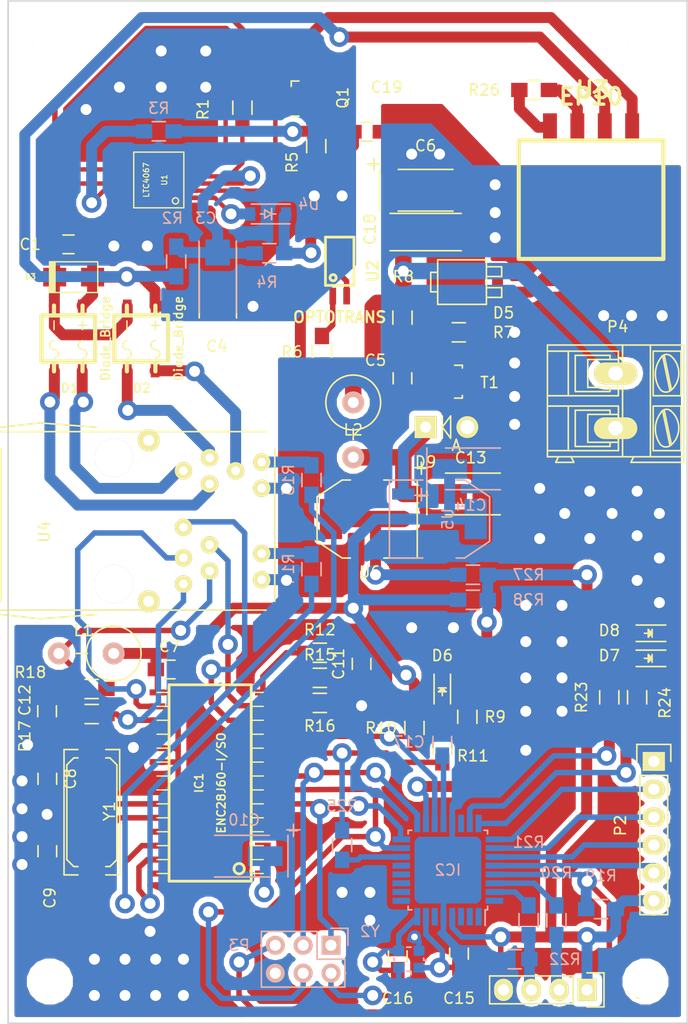
<source format=kicad_pcb>
(kicad_pcb (version 4) (host pcbnew 4.0.2+dfsg1-stable)
  (title_block (title "PCB Circuito de Control POE") (company "Daniel Jimenez"))
  (layers (0 F.Cu signal) (31 B.Cu signal hide) (34 B.Paste user) (35 F.Paste user) (36 B.SilkS user) (37 F.SilkS user) (38 B.Mask user) (39 F.Mask user) (44 Edge.Cuts user))
  (net 0 "")
  (net 1 "Net-(C1-Pad1)")
  (net 2 "Net-(C1-Pad2)")
  (net 3 GND)
  (net 4 /PVCC)
  (net 5 "Net-(C5-Pad1)")
  (net 6 "Net-(C5-Pad2)")
  (net 7 GNDD)
  (net 8 /VOUT)
  (net 9 "Net-(D1-Pad2)")
  (net 10 "Net-(D1-Pad4)")
  (net 11 "Net-(D2-Pad2)")
  (net 12 "Net-(D2-Pad4)")
  (net 13 "Net-(D4-Pad1)")
  (net 14 "Net-(D4-Pad2)")
  (net 15 "Net-(Q1-Pad1)")
  (net 16 "Net-(Q1-Pad3)")
  (net 17 "Net-(Q1-Pad4)")
  (net 18 "Net-(R1-Pad1)")
  (net 19 "Net-(R3-Pad2)")
  (net 20 "Net-(R6-Pad1)")
  (net 21 "Net-(U1-Pad6)")
  (net 22 "Net-(U1-Pad11)")
  (net 23 VCC)
  (net 24 "Net-(C8-Pad1)")
  (net 25 "Net-(C9-Pad1)")
  (net 26 "Net-(C10-Pad1)")
  (net 27 "Net-(C11-Pad1)")
  (net 28 /CT)
  (net 29 "Net-(D6-Pad2)")
  (net 30 "Net-(IC1-Pad3)")
  (net 31 "Net-(IC1-Pad4)")
  (net 32 "Net-(IC1-Pad5)")
  (net 33 /RD-)
  (net 34 /RD+)
  (net 35 "Net-(IC1-Pad14)")
  (net 36 /TD-)
  (net 37 /TD+)
  (net 38 "Net-(IC1-Pad26)")
  (net 39 "Net-(IC1-Pad27)")
  (net 40 /LED1)
  (net 41 /LED2)
  (net 42 /SO)
  (net 43 /SI)
  (net 44 /SCK)
  (net 45 /CS)
  (net 46 /RST)
  (net 47 "Net-(C15-Pad2)")
  (net 48 "Net-(C16-Pad2)")
  (net 49 "Net-(IC2-Pad1)")
  (net 50 "Net-(IC2-Pad2)")
  (net 51 "Net-(IC2-Pad9)")
  (net 52 "Net-(IC2-Pad10)")
  (net 53 "Net-(IC2-Pad11)")
  (net 54 "Net-(IC2-Pad12)")
  (net 55 "Net-(IC2-Pad13)")
  (net 56 "Net-(IC2-Pad22)")
  (net 57 "Net-(IC2-Pad23)")
  (net 58 "Net-(IC2-Pad24)")
  (net 59 "Net-(IC2-Pad25)")
  (net 60 "Net-(IC2-Pad26)")
  (net 61 "Net-(IC2-Pad27)")
  (net 62 "Net-(IC2-Pad28)")
  (net 63 "Net-(IC2-Pad29)")
  (net 64 /RX)
  (net 65 /TX)
  (net 66 "Net-(IC2-Pad32)")
  (net 67 "Net-(P1-Pad3)")
  (net 68 "Net-(P1-Pad2)")
  (net 69 "Net-(D5-Pad1)")
  (net 70 "Net-(IC2-Pad3)")
  (net 71 "Net-(IC2-Pad6)")
  (net 72 "Net-(R26-Pad1)")
  (net 73 "Net-(R26-Pad2)")
  (net 74 "Net-(C17-Pad1)")
  (net 75 "Net-(D7-Pad2)")
  (net 76 "Net-(D8-Pad2)")
  (net 77 "Net-(IC1-Pad9)")
  (net 78 /5V)
  (net 79 "Net-(C13-Pad1)")
  (net 80 "Net-(R27-Pad2)")
  (module Resistors_SMD:R_0805_HandSoldering (layer B.Cu) (at 63.5 114.3 270)
    (fp_text reference R25 (at -3.556 0 360) (layer B.SilkS) (effects (justify mirror)))
    (fp_text value R)
    (pad 1 smd rect (at -1.35 0 270) (size 1.5 1.3) (layers B.Cu B.Paste B.Mask) (net 77 "Net-(IC1-Pad9)"))
    (pad 2 smd rect (at 1.35 0 270) (size 1.5 1.3) (layers B.Cu B.Paste B.Mask) (net 45 /CS))
  )
  (module Housings_QFP:TQFP-32_7x7mm_Pitch0.8mm (layer B.Cu) (at 73.152 116.586 90)
    (fp_text reference IC2 (at 0 0 180) (layer B.SilkS) (effects (justify mirror)))
    (fp_text value ATMEGA328P-A)
    (pad 1 smd rect (at -4.25 2.8 90) (size 1.6 0.55) (layers B.Cu B.Paste B.Mask) (net 49 "Net-(IC2-Pad1)"))
    (pad 2 smd rect (at -4.25 2 90) (size 1.6 0.55) (layers B.Cu B.Paste B.Mask) (net 50 "Net-(IC2-Pad2)"))
    (pad 3 smd rect (at -4.25 1.2 90) (size 1.6 0.55) (layers B.Cu B.Paste B.Mask) (net 70 "Net-(IC2-Pad3)"))
    (pad 4 smd rect (at -4.25 0.4 90) (size 1.6 0.55) (layers B.Cu B.Paste B.Mask) (net 78 /5V))
    (pad 5 smd rect (at -4.25 -0.4 90) (size 1.6 0.55) (layers B.Cu B.Paste B.Mask) (net 7 GNDD))
    (pad 6 smd rect (at -4.25 -1.2 90) (size 1.6 0.55) (layers B.Cu B.Paste B.Mask) (net 71 "Net-(IC2-Pad6)"))
    (pad 7 smd rect (at -4.25 -2 90) (size 1.6 0.55) (layers B.Cu B.Paste B.Mask) (net 47 "Net-(C15-Pad2)"))
    (pad 8 smd rect (at -4.25 -2.8 90) (size 1.6 0.55) (layers B.Cu B.Paste B.Mask) (net 48 "Net-(C16-Pad2)"))
    (pad 9 smd rect (at -2.8 -4.25) (size 1.6 0.55) (layers B.Cu B.Paste B.Mask) (net 51 "Net-(IC2-Pad9)"))
    (pad 10 smd rect (at -2 -4.25) (size 1.6 0.55) (layers B.Cu B.Paste B.Mask) (net 52 "Net-(IC2-Pad10)"))
    (pad 11 smd rect (at -1.2 -4.25) (size 1.6 0.55) (layers B.Cu B.Paste B.Mask) (net 53 "Net-(IC2-Pad11)"))
    (pad 12 smd rect (at -0.4 -4.25) (size 1.6 0.55) (layers B.Cu B.Paste B.Mask) (net 54 "Net-(IC2-Pad12)"))
    (pad 13 smd rect (at 0.4 -4.25) (size 1.6 0.55) (layers B.Cu B.Paste B.Mask) (net 55 "Net-(IC2-Pad13)"))
    (pad 14 smd rect (at 1.2 -4.25) (size 1.6 0.55) (layers B.Cu B.Paste B.Mask) (net 45 /CS))
    (pad 15 smd rect (at 2 -4.25) (size 1.6 0.55) (layers B.Cu B.Paste B.Mask) (net 43 /SI))
    (pad 16 smd rect (at 2.8 -4.25) (size 1.6 0.55) (layers B.Cu B.Paste B.Mask) (net 42 /SO))
    (pad 17 smd rect (at 4.25 -2.8 90) (size 1.6 0.55) (layers B.Cu B.Paste B.Mask) (net 44 /SCK))
    (pad 18 smd rect (at 4.25 -2 90) (size 1.6 0.55) (layers B.Cu B.Paste B.Mask) (net 78 /5V))
    (pad 19 smd rect (at 4.25 -1.2 90) (size 1.6 0.55) (layers B.Cu B.Paste B.Mask) (net 46 /RST))
    (pad 20 smd rect (at 4.25 -0.4 90) (size 1.6 0.55) (layers B.Cu B.Paste B.Mask) (net 74 "Net-(C17-Pad1)"))
    (pad 21 smd rect (at 4.25 0.4 90) (size 1.6 0.55) (layers B.Cu B.Paste B.Mask) (net 7 GNDD))
    (pad 22 smd rect (at 4.25 1.2 90) (size 1.6 0.55) (layers B.Cu B.Paste B.Mask) (net 56 "Net-(IC2-Pad22)"))
    (pad 23 smd rect (at 4.25 2 90) (size 1.6 0.55) (layers B.Cu B.Paste B.Mask) (net 57 "Net-(IC2-Pad23)"))
    (pad 24 smd rect (at 4.25 2.8 90) (size 1.6 0.55) (layers B.Cu B.Paste B.Mask) (net 58 "Net-(IC2-Pad24)"))
    (pad 25 smd rect (at 2.8 4.25) (size 1.6 0.55) (layers B.Cu B.Paste B.Mask) (net 59 "Net-(IC2-Pad25)"))
    (pad 26 smd rect (at 2 4.25) (size 1.6 0.55) (layers B.Cu B.Paste B.Mask) (net 60 "Net-(IC2-Pad26)"))
    (pad 27 smd rect (at 1.2 4.25) (size 1.6 0.55) (layers B.Cu B.Paste B.Mask) (net 61 "Net-(IC2-Pad27)"))
    (pad 28 smd rect (at 0.4 4.25) (size 1.6 0.55) (layers B.Cu B.Paste B.Mask) (net 62 "Net-(IC2-Pad28)"))
    (pad 29 smd rect (at -0.4 4.25) (size 1.6 0.55) (layers B.Cu B.Paste B.Mask) (net 63 "Net-(IC2-Pad29)"))
    (pad 30 smd rect (at -1.2 4.25) (size 1.6 0.55) (layers B.Cu B.Paste B.Mask) (net 64 /RX))
    (pad 31 smd rect (at -2 4.25) (size 1.6 0.55) (layers B.Cu B.Paste B.Mask) (net 65 /TX))
    (pad 32 smd rect (at -2.8 4.25) (size 1.6 0.55) (layers B.Cu B.Paste B.Mask) (net 66 "Net-(IC2-Pad32)"))
  )
  (module TO_SOT_Packages_SMD:SOT-223 (layer F.Cu) (at 65.786 84.582 90)
    (fp_text reference U6 (at -4.826 0.254 180) (layer F.SilkS))
    (fp_text value AP1117)
    (pad 4 smd rect (at 0 -3.302 90) (size 3.6576 2.032) (layers F.Cu F.Paste F.Mask))
    (pad 2 smd rect (at 0 3.302 90) (size 1.016 2.032) (layers F.Cu F.Paste F.Mask) (net 80 "Net-(R27-Pad2)"))
    (pad 3 smd rect (at 2.286 3.302 90) (size 1.016 2.032) (layers F.Cu F.Paste F.Mask) (net 79 "Net-(C13-Pad1)"))
    (pad 1 smd rect (at -2.286 3.302 90) (size 1.016 2.032) (layers F.Cu F.Paste F.Mask) (net 7 GNDD))
  )
  (module mgmt_1:MG_SI_52003 (layer F.Cu) (at 42.672 85.344 270)
    (fp_text reference U4 (at 0.39687 6.34992 270) (layer F.SilkS))
    (fp_text value MagJack_SI_52003)
    (pad 1 thru_hole circle (at 5.15931 -6.34992 270) (size 1.588 1.588) (drill 0.7938) (layers *.Cu *.Mask F.SilkS) (net 37 /TD+))
    (pad 3 thru_hole circle (at 2.77809 -6.34992 270) (size 1.588 1.588) (drill 0.7938) (layers *.Cu *.Mask F.SilkS) (net 36 /TD-))
    (pad 2 thru_hole circle (at 3.9687 -8.73114 270) (size 1.588 1.588) (drill 0.7938) (layers *.Cu *.Mask F.SilkS) (net 28 /CT))
    (pad 5 thru_hole circle (at 0 -6.34992 270) (size 1.588 1.588) (drill 0.7938) (layers *.Cu *.Mask F.SilkS) (net 33 /RD-))
    (pad 4 thru_hole circle (at 1.58748 -8.73114 270) (size 1.588 1.588) (drill 0.7938) (layers *.Cu *.Mask F.SilkS) (net 34 /RD+))
    (pad 9 thru_hole circle (at -5.15931 -6.34992 270) (size 1.588 1.588) (drill 0.7938) (layers *.Cu *.Mask F.SilkS) (net 10 "Net-(D1-Pad4)"))
    (pad 8 thru_hole circle (at -3.9687 -8.73114 270) (size 1.588 1.588) (drill 0.7938) (layers *.Cu *.Mask F.SilkS) (net 9 "Net-(D1-Pad2)"))
    (pad 10 thru_hole circle (at -6.34992 -8.73114 270) (size 1.588 1.588) (drill 0.7938) (layers *.Cu *.Mask F.SilkS) (net 11 "Net-(D2-Pad2)"))
    (pad 11 thru_hole circle (at -5.15931 -11.11236 270) (size 1.588 1.588) (drill 0.7938) (layers *.Cu *.Mask F.SilkS) (net 12 "Net-(D2-Pad4)"))
    (pad 12 thru_hole circle (at -5.95305 -13.49358 270) (size 1.588 1.588) (drill 0.7938) (layers *.Cu *.Mask F.SilkS) (net 40 /LED1))
    (pad 13 thru_hole circle (at -3.57183 -13.49358 270) (size 1.588 1.588) (drill 0.7938) (layers *.Cu *.Mask F.SilkS) (net 7 GNDD))
    (pad 15 thru_hole circle (at 4.76244 -13.49358 270) (size 1.588 1.588) (drill 0.7938) (layers *.Cu *.Mask F.SilkS) (net 7 GNDD))
    (pad 14 thru_hole circle (at 2.38122 -13.49358 270) (size 1.588 1.588) (drill 0.7938) (layers *.Cu *.Mask F.SilkS) (net 41 /LED2))
    (pad "" thru_hole circle (at 6.74679 -3.17496 270) (size 2 2) (drill 1) (layers *.Cu *.Mask F.SilkS))
    (pad "" thru_hole circle (at -7.9374 -3.17496 270) (size 2 2) (drill 1) (layers *.Cu *.Mask F.SilkS))
    (pad "" thru_hole circle (at 5.15931 0 270) (size 3.5 3.5) (drill 3.5) (layers *.Cu *.Mask F.SilkS))
    (pad "" thru_hole circle (at -6.34992 0 270) (size 3.5 3.5) (drill 3.5) (layers *.Cu *.Mask F.SilkS))
  )
  (module w_smd_dil:soic-28 (layer F.Cu) (at 51.457 108.645 90)
    (fp_text reference IC1 (at 0 -1.016 90) (layer F.SilkS) (effects (font (size 0.7493 0.7493) (thickness 0.14986))))
    (fp_text value ENC28J60-I/SO (at 0 1.016 90) (layer F.SilkS) (effects (font (size 0.7493 0.7493) (thickness 0.14986))))
    (pad 1 smd rect (at -8.255 4.81076 90) (size 0.55118 1.43002) (layers F.Cu F.Paste F.Mask) (net 26 "Net-(C10-Pad1)"))
    (pad 2 smd rect (at -6.985 4.81076 90) (size 0.55118 1.43002) (layers F.Cu F.Paste F.Mask) (net 7 GNDD))
    (pad 3 smd rect (at -5.715 4.81076 90) (size 0.55118 1.43002) (layers F.Cu F.Paste F.Mask) (net 30 "Net-(IC1-Pad3)"))
    (pad 4 smd rect (at -4.445 4.81076 90) (size 0.55118 1.43002) (layers F.Cu F.Paste F.Mask) (net 31 "Net-(IC1-Pad4)"))
    (pad 5 smd rect (at -3.175 4.81076 90) (size 0.55118 1.43002) (layers F.Cu F.Paste F.Mask) (net 32 "Net-(IC1-Pad5)"))
    (pad 6 smd rect (at -1.905 4.81076 90) (size 0.55118 1.43002) (layers F.Cu F.Paste F.Mask) (net 42 /SO))
    (pad 7 smd rect (at -0.635 4.81076 90) (size 0.55118 1.43002) (layers F.Cu F.Paste F.Mask) (net 43 /SI))
    (pad 8 smd rect (at 0.635 4.81076 90) (size 0.55118 1.43002) (layers F.Cu F.Paste F.Mask) (net 44 /SCK))
    (pad 9 smd rect (at 1.905 4.81076 90) (size 0.55118 1.43002) (layers F.Cu F.Paste F.Mask) (net 77 "Net-(IC1-Pad9)"))
    (pad 10 smd rect (at 3.175 4.81076 90) (size 0.55118 1.43002) (layers F.Cu F.Paste F.Mask) (net 46 /RST))
    (pad 11 smd rect (at 4.445 4.81076 90) (size 0.55118 1.43002) (layers F.Cu F.Paste F.Mask) (net 7 GNDD))
    (pad 12 smd rect (at 5.715 4.81076 90) (size 0.55118 1.43002) (layers F.Cu F.Paste F.Mask) (net 33 /RD-))
    (pad 13 smd rect (at 6.985 4.81076 90) (size 0.55118 1.43002) (layers F.Cu F.Paste F.Mask) (net 34 /RD+))
    (pad 14 smd rect (at 8.255 4.81076 90) (size 0.55118 1.43002) (layers F.Cu F.Paste F.Mask) (net 35 "Net-(IC1-Pad14)"))
    (pad 15 smd rect (at 8.255 -4.81076 90) (size 0.55118 1.43002) (layers F.Cu F.Paste F.Mask) (net 23 VCC))
    (pad 16 smd rect (at 6.985 -4.81076 90) (size 0.55118 1.43002) (layers F.Cu F.Paste F.Mask) (net 36 /TD-))
    (pad 17 smd rect (at 5.715 -4.81076 90) (size 0.55118 1.43002) (layers F.Cu F.Paste F.Mask) (net 37 /TD+))
    (pad 18 smd rect (at 4.445 -4.81076 90) (size 0.55118 1.43002) (layers F.Cu F.Paste F.Mask) (net 7 GNDD))
    (pad 19 smd rect (at 3.175 -4.81076 90) (size 0.55118 1.43002) (layers F.Cu F.Paste F.Mask) (net 23 VCC))
    (pad 20 smd rect (at 1.905 -4.81076 90) (size 0.55118 1.43002) (layers F.Cu F.Paste F.Mask) (net 23 VCC))
    (pad 21 smd rect (at 0.635 -4.81076 90) (size 0.55118 1.43002) (layers F.Cu F.Paste F.Mask) (net 7 GNDD))
    (pad 22 smd rect (at -0.635 -4.81076 90) (size 0.55118 1.43002) (layers F.Cu F.Paste F.Mask) (net 7 GNDD))
    (pad 23 smd rect (at -1.905 -4.81076 90) (size 0.55118 1.43002) (layers F.Cu F.Paste F.Mask) (net 24 "Net-(C8-Pad1)"))
    (pad 24 smd rect (at -3.175 -4.81076 90) (size 0.55118 1.43002) (layers F.Cu F.Paste F.Mask) (net 25 "Net-(C9-Pad1)"))
    (pad 25 smd rect (at -4.445 -4.81076 90) (size 0.55118 1.43002) (layers F.Cu F.Paste F.Mask) (net 23 VCC))
    (pad 26 smd rect (at -5.715 -4.81076 90) (size 0.55118 1.43002) (layers F.Cu F.Paste F.Mask) (net 38 "Net-(IC1-Pad26)"))
    (pad 27 smd rect (at -6.985 -4.81076 90) (size 0.55118 1.43002) (layers F.Cu F.Paste F.Mask) (net 39 "Net-(IC1-Pad27)"))
    (pad 28 smd rect (at -8.255 -4.81076 90) (size 0.55118 1.43002) (layers F.Cu F.Paste F.Mask) (net 23 VCC))
  )
  (module Capacitors_SMD:C_0805_HandSoldering (layer F.Cu) (at 36.598 114.868 90)
    (fp_text reference C9 (at -4.258 0.232 90) (layer F.SilkS))
    (fp_text value C)
    (pad 1 smd rect (at -1.25 0 90) (size 1.5 1.25) (layers F.Cu F.Paste F.Mask) (net 25 "Net-(C9-Pad1)"))
    (pad 2 smd rect (at 1.25 0 90) (size 1.5 1.25) (layers F.Cu F.Paste F.Mask) (net 7 GNDD))
  )
  (module TO_SOT_Packages_SMD:TSOT-6-MK06A_Handsoldering (layer F.Cu) (at 59.21 46.25 270)
    (fp_text reference Q1 (at -0.07112 -4.35102 270) (layer F.SilkS))
    (fp_text value MOSFET_2512 hide)
    (pad 1 smd rect (at -0.94996 1.80086 270) (size 0.69088 1.99898) (layers F.Cu F.Paste F.Mask) (net 15 "Net-(Q1-Pad1)"))
    (pad 2 smd rect (at 0 1.80086 270) (size 0.69088 1.99898) (layers F.Cu F.Paste F.Mask) (net 15 "Net-(Q1-Pad1)"))
    (pad 3 smd rect (at 0.94996 1.80086 270) (size 0.69088 1.99898) (layers F.Cu F.Paste F.Mask) (net 16 "Net-(Q1-Pad3)"))
    (pad 4 smd rect (at 0.94996 -1.80086 270) (size 0.69088 1.99898) (layers F.Cu F.Paste F.Mask) (net 17 "Net-(Q1-Pad4)"))
    (pad 5 smd rect (at 0 -1.80086 270) (size 0.69088 1.99898) (layers F.Cu F.Paste F.Mask) (net 15 "Net-(Q1-Pad1)"))
    (pad 6 smd rect (at -0.94996 -1.80086 270) (size 0.69088 1.99898) (layers F.Cu F.Paste F.Mask) (net 15 "Net-(Q1-Pad1)"))
  )
  (module w_smd_inductors:transf_smd_ep10-8 (layer F.Cu) (at 86.22 55.47 180)
    (fp_text reference U3 (at -0.14 10.004 180) (layer F.SilkS) (effects (font (thickness 0.3048))))
    (fp_text value EP10 (at 0 9.4 180) (layer F.SilkS) (effects (font (thickness 0.3048))))
    (pad 1 smd rect (at 3.75 6.605 180) (size 1.27 2.54) (layers F.Cu F.Paste F.Mask) (net 72 "Net-(R26-Pad1)"))
    (pad 2 smd rect (at 1.25 6.605 180) (size 1.27 2.54) (layers F.Cu F.Paste F.Mask) (net 73 "Net-(R26-Pad2)"))
    (pad 3 smd rect (at -1.25 6.605 180) (size 1.27 2.54) (layers F.Cu F.Paste F.Mask) (net 1 "Net-(C1-Pad1)"))
    (pad 4 smd rect (at -3.75 6.605 180) (size 1.27 2.54) (layers F.Cu F.Paste F.Mask) (net 15 "Net-(Q1-Pad1)"))
    (pad 5 smd rect (at -3.75 -6.605 180) (size 1.27 2.54) (layers F.Cu F.Paste F.Mask) (net 7 GNDD))
    (pad 6 smd rect (at -1.25 -6.605 180) (size 1.27 2.54) (layers F.Cu F.Paste F.Mask) (net 7 GNDD))
    (pad 7 smd rect (at 1.25 -6.605 180) (size 1.27 2.54) (layers F.Cu F.Paste F.Mask) (net 69 "Net-(D5-Pad1)"))
    (pad 8 smd rect (at 3.75 -6.605 180) (size 1.27 2.54) (layers F.Cu F.Paste F.Mask) (net 69 "Net-(D5-Pad1)"))
  )
  (module Resistors_SMD:R_0805_HandSoldering (layer B.Cu) (at 60.706 89.154 270)
    (fp_text reference R14 (at 0 2.1 270) (layer B.SilkS) (effects (justify mirror)))
    (fp_text value R)
    (pad 1 smd rect (at -1.35 0 270) (size 1.5 1.3) (layers B.Cu B.Paste B.Mask) (net 41 /LED2))
    (pad 2 smd rect (at 1.35 0 270) (size 1.5 1.3) (layers B.Cu B.Paste B.Mask) (net 38 "Net-(IC1-Pad26)"))
  )
  (module Mounting_Holes:MountingHole_3.2mm_M3 (layer F.Cu) (at 91.186 126.746)
    (fp_text reference REF** hide)
    (fp_text value MountingHole_3.2mm_M3 hide)
    (pad 1 np_thru_hole circle (at 0 0) (size 3.2 3.2) (drill 3.2) (layers *.Cu *.Mask F.SilkS))
  )
  (module Crystals:Q_49U3HMS (layer F.Cu) (at 40.662 111.312 270)
    (fp_text reference Y1 (at -0.1 -1.6 270) (layer F.SilkS))
    (fp_text value Crystal)
    (pad 1 smd rect (at -4.699 0 270) (size 5.4991 1.99898) (layers F.Cu F.Paste F.Mask) (net 24 "Net-(C8-Pad1)"))
    (pad 2 smd rect (at 4.699 0 270) (size 5.4991 1.99898) (layers F.Cu F.Paste F.Mask) (net 25 "Net-(C9-Pad1)"))
  )
  (module w_smd_diode:MBS (layer F.Cu) (at 38.51 68.12 90)
    (fp_text reference D1 (at -4.524 0.098 180) (layer F.SilkS) (effects (font (size 0.8001 0.8001) (thickness 0.14986))))
    (fp_text value Diode_Bridge (at 0 3.40106 90) (layer F.SilkS) (effects (font (size 0.8001 0.8001) (thickness 0.14986))))
    (pad 2 smd rect (at -2.94894 -1.27 90) (size 1.19888 0.8001) (layers F.Cu F.Paste F.Mask) (net 9 "Net-(D1-Pad2)"))
    (pad 4 smd rect (at -2.9464 1.27 90) (size 1.19888 0.8001) (layers F.Cu F.Paste F.Mask) (net 10 "Net-(D1-Pad4)"))
    (pad 3 smd rect (at 2.94894 1.27 90) (size 1.19888 0.8001) (layers F.Cu F.Paste F.Mask) (net 1 "Net-(C1-Pad1)"))
    (pad 1 smd rect (at 2.9464 -1.27 90) (size 1.19888 0.8001) (layers F.Cu F.Paste F.Mask) (net 2 "Net-(C1-Pad2)"))
  )
  (module w_smd_diode:MBS (layer F.Cu) (at 45.16 68.12 90)
    (fp_text reference D2 (at -4.524 0.052 360) (layer F.SilkS) (effects (font (size 0.8001 0.8001) (thickness 0.14986))))
    (fp_text value Diode_Bridge (at 0 3.40106 90) (layer F.SilkS) (effects (font (size 0.8001 0.8001) (thickness 0.14986))))
    (pad 2 smd rect (at -2.94894 -1.27 90) (size 1.19888 0.8001) (layers F.Cu F.Paste F.Mask) (net 11 "Net-(D2-Pad2)"))
    (pad 4 smd rect (at -2.9464 1.27 90) (size 1.19888 0.8001) (layers F.Cu F.Paste F.Mask) (net 12 "Net-(D2-Pad4)"))
    (pad 3 smd rect (at 2.94894 1.27 90) (size 1.19888 0.8001) (layers F.Cu F.Paste F.Mask) (net 1 "Net-(C1-Pad1)"))
    (pad 1 smd rect (at 2.9464 -1.27 90) (size 1.19888 0.8001) (layers F.Cu F.Paste F.Mask) (net 2 "Net-(C1-Pad2)"))
  )
  (module Capacitors_SMD:C_0805_HandSoldering (layer F.Cu) (at 38.53 59.54 180)
    (fp_text reference C1 (at 3.5 0 180) (layer F.SilkS))
    (fp_text value CP1_Small)
    (pad 1 smd rect (at -1.25 0 180) (size 1.5 1.25) (layers F.Cu F.Paste F.Mask) (net 1 "Net-(C1-Pad1)"))
    (pad 2 smd rect (at 1.25 0 180) (size 1.5 1.25) (layers F.Cu F.Paste F.Mask) (net 2 "Net-(C1-Pad2)"))
  )
  (module Capacitors_SMD:C_0805_HandSoldering (layer F.Cu) (at 69.01 71.75 90)
    (fp_text reference C5 (at 1.646 -2.462 180) (layer F.SilkS))
    (fp_text value C)
    (pad 1 smd rect (at -1.25 0 90) (size 1.5 1.25) (layers F.Cu F.Paste F.Mask) (net 5 "Net-(C5-Pad1)"))
    (pad 2 smd rect (at 1.25 0 90) (size 1.5 1.25) (layers F.Cu F.Paste F.Mask) (net 6 "Net-(C5-Pad2)"))
  )
  (module Capacitors_Tantalum_SMD:TantalC_SizeB_EIA-3528_HandSoldering (layer F.Cu) (at 71.12 54.61)
    (fp_text reference C6 (at 0 -4.064) (layer F.SilkS))
    (fp_text value C)
    (fp_text user + (at -4.70154 -2.4003) (layer F.SilkS))
    (pad 2 smd rect (at 2.12598 0) (size 3.1496 1.80086) (layers F.Cu F.Paste F.Mask) (net 7 GNDD))
    (pad 1 smd rect (at -2.12598 0) (size 3.1496 1.80086) (layers F.Cu F.Paste F.Mask) (net 8 /VOUT))
  )
  (module Diodes_SMD:SOD-123 (layer B.Cu) (at 56.75 56.77 180)
    (fp_text reference D4 (at -3.702 0.89 180) (layer B.SilkS) (effects (justify mirror)))
    (fp_text value D)
    (pad 1 smd rect (at -1.635 0 180) (size 0.91 1.22) (layers B.Cu B.Paste B.Mask) (net 13 "Net-(D4-Pad1)"))
    (pad 2 smd rect (at 1.635 0 180) (size 0.91 1.22) (layers B.Cu B.Paste B.Mask) (net 14 "Net-(D4-Pad2)"))
  )
  (module SMD_Packages:powermite3 (layer F.Cu) (at 75.78 62.98 90)
    (fp_text reference D5 (at -2.806 2.452 360) (layer F.SilkS))
    (fp_text value D_Schottky)
    (pad 1 smd rect (at -0.9144 1.905 90) (size 0.9652 1.27) (layers F.Cu F.Paste F.Mask) (net 69 "Net-(D5-Pad1)"))
    (pad 2 smd rect (at 0 -1.905 90) (size 4.826 5.334) (layers F.Cu F.Paste F.Mask) (net 8 /VOUT))
    (pad 3 smd rect (at 0.9144 1.905 90) (size 0.9652 1.27) (layers F.Cu F.Paste F.Mask))
  )
  (module Resistors_SMD:R_0805_HandSoldering (layer F.Cu) (at 54.4 47.08 90)
    (fp_text reference R1 (at -0.164 -3.6 90) (layer F.SilkS))
    (fp_text value R)
    (pad 1 smd rect (at -1.35 0 90) (size 1.5 1.3) (layers F.Cu F.Paste F.Mask) (net 18 "Net-(R1-Pad1)"))
    (pad 2 smd rect (at 1.35 0 90) (size 1.5 1.3) (layers F.Cu F.Paste F.Mask) (net 2 "Net-(C1-Pad2)"))
  )
  (module Resistors_SMD:R_0805_HandSoldering (layer B.Cu) (at 48.36 61.1 90)
    (fp_text reference R2 (at 3.95 -0.354 180) (layer B.SilkS) (effects (justify mirror)))
    (fp_text value R)
    (pad 1 smd rect (at -1.35 0 90) (size 1.5 1.3) (layers B.Cu B.Paste B.Mask) (net 1 "Net-(C1-Pad1)"))
    (pad 2 smd rect (at 1.35 0 90) (size 1.5 1.3) (layers B.Cu B.Paste B.Mask) (net 4 /PVCC))
  )
  (module Resistors_SMD:R_0805_HandSoldering (layer B.Cu) (at 46.77 49.23 180)
    (fp_text reference R3 (at 0 2.1 180) (layer B.SilkS) (effects (justify mirror)))
    (fp_text value R)
    (pad 1 smd rect (at -1.35 0 180) (size 1.5 1.3) (layers B.Cu B.Paste B.Mask) (net 17 "Net-(Q1-Pad4)"))
    (pad 2 smd rect (at 1.35 0 180) (size 1.5 1.3) (layers B.Cu B.Paste B.Mask) (net 19 "Net-(R3-Pad2)"))
  )
  (module Resistors_SMD:R_0805_HandSoldering (layer B.Cu) (at 56.86 60.35)
    (fp_text reference R4 (at -0.218 2.642) (layer B.SilkS) (effects (justify mirror)))
    (fp_text value R)
    (pad 1 smd rect (at -1.35 0) (size 1.5 1.3) (layers B.Cu B.Paste B.Mask) (net 4 /PVCC))
    (pad 2 smd rect (at 1.35 0) (size 1.5 1.3) (layers B.Cu B.Paste B.Mask) (net 13 "Net-(D4-Pad1)"))
  )
  (module Resistors_SMD:R_0805_HandSoldering (layer F.Cu) (at 61.14 50.58 270)
    (fp_text reference R5 (at 1.49 2.212 270) (layer F.SilkS))
    (fp_text value R)
    (pad 1 smd rect (at -1.35 0 270) (size 1.5 1.3) (layers F.Cu F.Paste F.Mask) (net 17 "Net-(Q1-Pad4)"))
    (pad 2 smd rect (at 1.35 0 270) (size 1.5 1.3) (layers F.Cu F.Paste F.Mask) (net 3 GND))
  )
  (module Resistors_SMD:R_0805_HandSoldering (layer F.Cu) (at 61.66 69.24 270)
    (fp_text reference R6 (at 0.102 2.732 360) (layer F.SilkS))
    (fp_text value R)
    (pad 1 smd rect (at -1.35 0 270) (size 1.5 1.3) (layers F.Cu F.Paste F.Mask) (net 20 "Net-(R6-Pad1)"))
    (pad 2 smd rect (at 1.35 0 270) (size 1.5 1.3) (layers F.Cu F.Paste F.Mask) (net 8 /VOUT))
  )
  (module Resistors_SMD:R_0805_HandSoldering (layer F.Cu) (at 74.15 67.56)
    (fp_text reference R7 (at 4.082 0.004) (layer F.SilkS))
    (fp_text value R)
    (pad 1 smd rect (at -1.35 0) (size 1.5 1.3) (layers F.Cu F.Paste F.Mask) (net 6 "Net-(C5-Pad2)"))
    (pad 2 smd rect (at 1.35 0) (size 1.5 1.3) (layers F.Cu F.Paste F.Mask) (net 7 GNDD))
  )
  (module Resistors_SMD:R_0805_HandSoldering (layer F.Cu) (at 69.01 66.22 270)
    (fp_text reference R8 (at -3.736 -0.078 360) (layer F.SilkS))
    (fp_text value R)
    (pad 1 smd rect (at -1.35 0 270) (size 1.5 1.3) (layers F.Cu F.Paste F.Mask) (net 8 /VOUT))
    (pad 2 smd rect (at 1.35 0 270) (size 1.5 1.3) (layers F.Cu F.Paste F.Mask) (net 6 "Net-(C5-Pad2)"))
  )
  (module TO_SOT_Packages_SMD:SOT-23 (layer F.Cu) (at 73.82 72.06 270)
    (fp_text reference T1 (at 0.076 -3.142 360) (layer F.SilkS))
    (fp_text value SHUNT_REGULATOR)
    (pad 1 smd rect (at -0.95 1.00076 270) (size 0.8001 0.8001) (layers F.Cu F.Paste F.Mask) (net 6 "Net-(C5-Pad2)"))
    (pad 2 smd rect (at 0.95 1.00076 270) (size 0.8001 0.8001) (layers F.Cu F.Paste F.Mask) (net 5 "Net-(C5-Pad1)"))
    (pad 3 smd rect (at 0 -0.99822 270) (size 0.8001 0.8001) (layers F.Cu F.Paste F.Mask) (net 7 GNDD))
  )
  (module w_smd_dil:tssop-16 (layer F.Cu) (at 46.77 53.67 90)
    (fp_text reference U1 (at 0 0.508 90) (layer F.SilkS) (effects (font (size 0.50038 0.50038) (thickness 0.09906))))
    (fp_text value LTC4067 (at 0 -1.143 90) (layer F.SilkS) (effects (font (size 0.50038 0.50038) (thickness 0.09906))))
    (pad 4 smd rect (at -0.32512 2.79908 90) (size 0.4191 1.47066) (layers F.Cu F.Paste F.Mask) (net 4 /PVCC))
    (pad 5 smd rect (at 0.32512 2.79908 90) (size 0.4191 1.47066) (layers F.Cu F.Paste F.Mask) (net 18 "Net-(R1-Pad1)"))
    (pad 6 smd rect (at 0.97536 2.79908 90) (size 0.4191 1.47066) (layers F.Cu F.Paste F.Mask) (net 21 "Net-(U1-Pad6)"))
    (pad 7 smd rect (at 1.6256 2.79908 90) (size 0.4191 1.47066) (layers F.Cu F.Paste F.Mask) (net 2 "Net-(C1-Pad2)"))
    (pad 16 smd rect (at -2.26568 -2.794 90) (size 0.4191 1.47066) (layers F.Cu F.Paste F.Mask) (net 3 GND))
    (pad 1 smd rect (at -2.27584 2.79908 90) (size 0.4191 1.47066) (layers F.Cu F.Paste F.Mask) (net 3 GND))
    (pad 2 smd rect (at -1.6256 2.79908 90) (size 0.4191 1.47066) (layers F.Cu F.Paste F.Mask) (net 14 "Net-(D4-Pad2)"))
    (pad 3 smd rect (at -0.97536 2.79908 90) (size 0.4191 1.47066) (layers F.Cu F.Paste F.Mask) (net 16 "Net-(Q1-Pad3)"))
    (pad 9 smd rect (at 2.27584 -2.79908 90) (size 0.4191 1.47066) (layers F.Cu F.Paste F.Mask) (net 3 GND))
    (pad 10 smd rect (at 1.6256 -2.79908 90) (size 0.4191 1.47066) (layers F.Cu F.Paste F.Mask) (net 3 GND))
    (pad 11 smd rect (at 0.97536 -2.79908 90) (size 0.4191 1.47066) (layers F.Cu F.Paste F.Mask) (net 22 "Net-(U1-Pad11)"))
    (pad 12 smd rect (at 0.32512 -2.79908 90) (size 0.4191 1.47066) (layers F.Cu F.Paste F.Mask) (net 2 "Net-(C1-Pad2)"))
    (pad 13 smd rect (at -0.32512 -2.79908 90) (size 0.4191 1.47066) (layers F.Cu F.Paste F.Mask) (net 1 "Net-(C1-Pad1)"))
    (pad 14 smd rect (at -0.97536 -2.79908 90) (size 0.4191 1.47066) (layers F.Cu F.Paste F.Mask) (net 19 "Net-(R3-Pad2)"))
    (pad 8 smd rect (at 2.27584 2.79908 90) (size 0.4191 1.47066) (layers F.Cu F.Paste F.Mask) (net 3 GND))
    (pad 15 smd rect (at -1.6256 -2.794 90) (size 0.4191 1.47066) (layers F.Cu F.Paste F.Mask) (net 3 GND))
  )
  (module w_smd_dil:mfp_4 (layer F.Cu) (at 63.28 61.08)
    (fp_text reference U2 (at 3.014 0.896 90) (layer F.SilkS) (effects (font (thickness 0.2))))
    (fp_text value OPTOTRANS (at 0 5.1) (layer F.SilkS) (effects (font (thickness 0.2))))
    (pad 1 smd rect (at -0.635 3.175) (size 0.61 1.52) (layers F.Cu F.Paste F.Mask) (net 20 "Net-(R6-Pad1)"))
    (pad 2 smd rect (at 0.635 3.175) (size 0.61 1.52) (layers F.Cu F.Paste F.Mask) (net 5 "Net-(C5-Pad1)"))
    (pad 3 smd rect (at 0.635 -3.175) (size 0.61 1.52) (layers F.Cu F.Paste F.Mask) (net 3 GND))
    (pad 4 smd rect (at -0.635 -3.175) (size 0.61 1.52) (layers F.Cu F.Paste F.Mask) (net 13 "Net-(D4-Pad1)"))
  )
  (module Capacitors_SMD:C_0805_HandSoldering (layer F.Cu) (at 47.752 98.298)
    (fp_text reference C7 (at 0 -2.1) (layer F.SilkS))
    (fp_text value C)
    (pad 1 smd rect (at -1.25 0) (size 1.5 1.25) (layers F.Cu F.Paste F.Mask) (net 23 VCC))
    (pad 2 smd rect (at 1.25 0) (size 1.5 1.25) (layers F.Cu F.Paste F.Mask) (net 7 GNDD))
  )
  (module Capacitors_SMD:C_0805_HandSoldering (layer F.Cu) (at 36.598 108.264 270)
    (fp_text reference C8 (at 0 -2.1 270) (layer F.SilkS))
    (fp_text value C)
    (pad 1 smd rect (at -1.25 0 270) (size 1.5 1.25) (layers F.Cu F.Paste F.Mask) (net 24 "Net-(C8-Pad1)"))
    (pad 2 smd rect (at 1.25 0 270) (size 1.5 1.25) (layers F.Cu F.Paste F.Mask) (net 7 GNDD))
  )
  (module Capacitors_Tantalum_SMD:TantalC_SizeB_EIA-3528_HandSoldering (layer B.Cu) (at 54.356 115.316 180)
    (fp_text reference C10 (at -0.20066 3.29946 180) (layer B.SilkS) (effects (justify mirror)))
    (fp_text value CP)
    (fp_text user + (at -4.70154 2.4003 180) (layer B.SilkS) (effects (justify mirror)))
    (pad 2 smd rect (at 2.12598 0 180) (size 3.1496 1.80086) (layers B.Cu B.Paste B.Mask) (net 7 GNDD))
    (pad 1 smd rect (at -2.12598 0 180) (size 3.1496 1.80086) (layers B.Cu B.Paste B.Mask) (net 26 "Net-(C10-Pad1)"))
  )
  (module Capacitors_SMD:C_0805_HandSoldering (layer F.Cu) (at 65.278 97.79 90)
    (fp_text reference C11 (at 0 -2.1 90) (layer F.SilkS))
    (fp_text value C)
    (pad 1 smd rect (at -1.25 0 90) (size 1.5 1.25) (layers F.Cu F.Paste F.Mask) (net 27 "Net-(C11-Pad1)"))
    (pad 2 smd rect (at 1.25 0 90) (size 1.5 1.25) (layers F.Cu F.Paste F.Mask) (net 7 GNDD))
  )
  (module Capacitors_SMD:C_0805_HandSoldering (layer F.Cu) (at 36.576 102.108 270)
    (fp_text reference C12 (at -1.016 2.032 270) (layer F.SilkS))
    (fp_text value C)
    (pad 1 smd rect (at -1.25 0 270) (size 1.5 1.25) (layers F.Cu F.Paste F.Mask) (net 28 /CT))
    (pad 2 smd rect (at 1.25 0 270) (size 1.5 1.25) (layers F.Cu F.Paste F.Mask) (net 7 GNDD))
  )
  (module LEDs:LED_0805 (layer F.Cu) (at 72.644 100.33 270)
    (fp_text reference D6 (at -3.302 0 360) (layer F.SilkS))
    (fp_text value LED)
    (pad 2 smd rect (at 1.04902 0 90) (size 1.19888 1.19888) (layers F.Cu F.Paste F.Mask) (net 29 "Net-(D6-Pad2)"))
    (pad 1 smd rect (at -1.04902 0 90) (size 1.19888 1.19888) (layers F.Cu F.Paste F.Mask) (net 7 GNDD))
  )
  (module Resistors_SMD:R_0805_HandSoldering (layer F.Cu) (at 74.93 102.616 90)
    (fp_text reference R9 (at 0 2.54 180) (layer F.SilkS))
    (fp_text value R)
    (pad 1 smd rect (at -1.35 0 90) (size 1.5 1.3) (layers F.Cu F.Paste F.Mask) (net 23 VCC))
    (pad 2 smd rect (at 1.35 0 90) (size 1.5 1.3) (layers F.Cu F.Paste F.Mask) (net 29 "Net-(D6-Pad2)"))
  )
  (module Resistors_SMD:R_0805_HandSoldering (layer F.Cu) (at 70.104 103.632 90)
    (fp_text reference R10 (at 0 -3.048 180) (layer F.SilkS))
    (fp_text value R)
    (pad 1 smd rect (at -1.35 0 90) (size 1.5 1.3) (layers F.Cu F.Paste F.Mask) (net 46 /RST))
    (pad 2 smd rect (at 1.35 0 90) (size 1.5 1.3) (layers F.Cu F.Paste F.Mask) (net 23 VCC))
  )
  (module Resistors_SMD:R_0805_HandSoldering (layer F.Cu) (at 72.644 105.41 90)
    (fp_text reference R11 (at -0.762 2.794 180) (layer F.SilkS))
    (fp_text value R)
    (pad 1 smd rect (at -1.35 0 90) (size 1.5 1.3) (layers F.Cu F.Paste F.Mask) (net 77 "Net-(IC1-Pad9)"))
    (pad 2 smd rect (at 1.35 0 90) (size 1.5 1.3) (layers F.Cu F.Paste F.Mask) (net 23 VCC))
  )
  (module Resistors_SMD:R_0805_HandSoldering (layer F.Cu) (at 61.468 96.774)
    (fp_text reference R12 (at 0 -2.1) (layer F.SilkS))
    (fp_text value R)
    (pad 1 smd rect (at -1.35 0) (size 1.5 1.3) (layers F.Cu F.Paste F.Mask) (net 35 "Net-(IC1-Pad14)"))
    (pad 2 smd rect (at 1.35 0) (size 1.5 1.3) (layers F.Cu F.Paste F.Mask) (net 7 GNDD))
  )
  (module Resistors_SMD:R_0805_HandSoldering (layer B.Cu) (at 60.706 81.026 270)
    (fp_text reference R13 (at 0 2.1 270) (layer B.SilkS) (effects (justify mirror)))
    (fp_text value R)
    (pad 1 smd rect (at -1.35 0 270) (size 1.5 1.3) (layers B.Cu B.Paste B.Mask) (net 40 /LED1))
    (pad 2 smd rect (at 1.35 0 270) (size 1.5 1.3) (layers B.Cu B.Paste B.Mask) (net 39 "Net-(IC1-Pad27)"))
  )
  (module Resistors_SMD:R_0805_HandSoldering (layer F.Cu) (at 61.468 99.06)
    (fp_text reference R15 (at 0 -2.1) (layer F.SilkS))
    (fp_text value R)
    (pad 1 smd rect (at -1.35 0) (size 1.5 1.3) (layers F.Cu F.Paste F.Mask) (net 34 /RD+))
    (pad 2 smd rect (at 1.35 0) (size 1.5 1.3) (layers F.Cu F.Paste F.Mask) (net 27 "Net-(C11-Pad1)"))
  )
  (module Resistors_SMD:R_0805_HandSoldering (layer F.Cu) (at 61.468 101.346 180)
    (fp_text reference R16 (at 0 -2.1 180) (layer F.SilkS))
    (fp_text value R)
    (pad 1 smd rect (at -1.35 0 180) (size 1.5 1.3) (layers F.Cu F.Paste F.Mask) (net 27 "Net-(C11-Pad1)"))
    (pad 2 smd rect (at 1.35 0 180) (size 1.5 1.3) (layers F.Cu F.Paste F.Mask) (net 33 /RD-))
  )
  (module Resistors_SMD:R_0805_HandSoldering (layer F.Cu) (at 40.64 102.362 180)
    (fp_text reference R17 (at 6.096 -2.032 270) (layer F.SilkS))
    (fp_text value R)
    (pad 1 smd rect (at -1.35 0 180) (size 1.5 1.3) (layers F.Cu F.Paste F.Mask) (net 37 /TD+))
    (pad 2 smd rect (at 1.35 0 180) (size 1.5 1.3) (layers F.Cu F.Paste F.Mask) (net 28 /CT))
  )
  (module Resistors_SMD:R_0805_HandSoldering (layer F.Cu) (at 40.64 100.076)
    (fp_text reference R18 (at -5.588 -1.524) (layer F.SilkS))
    (fp_text value R)
    (pad 1 smd rect (at -1.35 0) (size 1.5 1.3) (layers F.Cu F.Paste F.Mask) (net 28 /CT))
    (pad 2 smd rect (at 1.35 0) (size 1.5 1.3) (layers F.Cu F.Paste F.Mask) (net 36 /TD-))
  )
  (module Capacitors_Tantalum_SMD:TantalC_SizeB_EIA-3528_HandSoldering (layer F.Cu) (at 75.438 82.296)
    (fp_text reference C13 (at -0.20066 -3.29946) (layer F.SilkS))
    (fp_text value CP)
    (fp_text user + (at -4.70154 -2.4003) (layer F.SilkS))
    (pad 2 smd rect (at 2.12598 0) (size 3.1496 1.80086) (layers F.Cu F.Paste F.Mask) (net 7 GNDD))
    (pad 1 smd rect (at -2.12598 0) (size 3.1496 1.80086) (layers F.Cu F.Paste F.Mask) (net 79 "Net-(C13-Pad1)"))
  )
  (module Capacitors_Tantalum_SMD:TantalC_SizeB_EIA-3528_HandSoldering (layer B.Cu) (at 75.438 80.01)
    (fp_text reference C14 (at -0.20066 3.29946) (layer B.SilkS) (effects (justify mirror)))
    (fp_text value CP)
    (fp_text user + (at -4.70154 2.4003) (layer B.SilkS) (effects (justify mirror)))
    (pad 2 smd rect (at 2.12598 0) (size 3.1496 1.80086) (layers B.Cu B.Paste B.Mask) (net 7 GNDD))
    (pad 1 smd rect (at -2.12598 0) (size 3.1496 1.80086) (layers B.Cu B.Paste B.Mask) (net 23 VCC))
  )
  (module TO_SOT_Packages_SMD:SOT-223 (layer B.Cu) (at 72.39 84.582 90)
    (fp_text reference U5 (at 0 0.762 90) (layer B.SilkS) (effects (justify mirror)))
    (fp_text value AP1117)
    (pad 4 smd rect (at 0 3.302 90) (size 3.6576 2.032) (layers B.Cu B.Paste B.Mask))
    (pad 2 smd rect (at 0 -3.302 90) (size 1.016 2.032) (layers B.Cu B.Paste B.Mask) (net 23 VCC))
    (pad 3 smd rect (at 2.286 -3.302 90) (size 1.016 2.032) (layers B.Cu B.Paste B.Mask) (net 79 "Net-(C13-Pad1)"))
    (pad 1 smd rect (at -2.286 -3.302 90) (size 1.016 2.032) (layers B.Cu B.Paste B.Mask) (net 7 GNDD))
  )
  (module Capacitors_SMD:C_0805_HandSoldering (layer F.Cu) (at 74.168 124.206 270)
    (fp_text reference C15 (at 4.064 0 360) (layer F.SilkS))
    (fp_text value C)
    (pad 1 smd rect (at -1.25 0 270) (size 1.5 1.25) (layers F.Cu F.Paste F.Mask) (net 7 GNDD))
    (pad 2 smd rect (at 1.25 0 270) (size 1.5 1.25) (layers F.Cu F.Paste F.Mask) (net 47 "Net-(C15-Pad2)"))
  )
  (module Capacitors_SMD:C_0805_HandSoldering (layer F.Cu) (at 68.58 124.46 270)
    (fp_text reference C16 (at 3.81 0 360) (layer F.SilkS))
    (fp_text value C)
    (pad 1 smd rect (at -1.25 0 270) (size 1.5 1.25) (layers F.Cu F.Paste F.Mask) (net 7 GNDD))
    (pad 2 smd rect (at 1.25 0 270) (size 1.5 1.25) (layers F.Cu F.Paste F.Mask) (net 48 "Net-(C16-Pad2)"))
  )
  (module Socket_Strips:Socket_Strip_Straight_1x06 (layer F.Cu) (at 91.948 106.68 270)
    (fp_text reference P2 (at 5.842 3.048 270) (layer F.SilkS))
    (fp_text value CONN_01X06 hide)
    (pad 1 thru_hole rect (at 0 0 270) (size 1.7272 2.032) (drill 1.016) (layers *.Cu *.Mask F.SilkS) (net 7 GNDD))
    (pad 2 thru_hole oval (at 2.54 0 270) (size 1.7272 2.032) (drill 1.016) (layers *.Cu *.Mask F.SilkS) (net 59 "Net-(IC2-Pad25)"))
    (pad 3 thru_hole oval (at 5.08 0 270) (size 1.7272 2.032) (drill 1.016) (layers *.Cu *.Mask F.SilkS) (net 60 "Net-(IC2-Pad26)"))
    (pad 4 thru_hole oval (at 7.62 0 270) (size 1.7272 2.032) (drill 1.016) (layers *.Cu *.Mask F.SilkS) (net 61 "Net-(IC2-Pad27)"))
    (pad 5 thru_hole oval (at 10.16 0 270) (size 1.7272 2.032) (drill 1.016) (layers *.Cu *.Mask F.SilkS) (net 62 "Net-(IC2-Pad28)"))
    (pad 6 thru_hole oval (at 12.7 0 270) (size 1.7272 2.032) (drill 1.016) (layers *.Cu *.Mask F.SilkS) (net 78 /5V))
  )
  (module Connect:AK300-2 (layer F.Cu) (at 88.46 71.3 270)
    (fp_text reference P4 (at -4.244 -0.186 360) (layer F.SilkS))
    (fp_text value CONN_01X02 hide)
    (pad 1 thru_hole oval (at 0 0 270) (size 1.9812 3.9624) (drill 1.3208) (layers *.Cu F.Paste F.SilkS F.Mask) (net 8 /VOUT))
    (pad 2 thru_hole oval (at 5 0 270) (size 1.9812 3.9624) (drill 1.3208) (layers *.Cu F.Paste F.SilkS F.Mask) (net 7 GNDD))
  )
  (module Resistors_SMD:R_0805_HandSoldering (layer B.Cu) (at 87.122 120.142 180)
    (fp_text reference R19 (at 0 3.048 180) (layer B.SilkS) (effects (justify mirror)))
    (fp_text value R)
    (pad 1 smd rect (at -1.35 0 180) (size 1.5 1.3) (layers B.Cu B.Paste B.Mask) (net 78 /5V))
    (pad 2 smd rect (at 1.35 0 180) (size 1.5 1.3) (layers B.Cu B.Paste B.Mask) (net 63 "Net-(IC2-Pad29)"))
  )
  (module Resistors_SMD:R_0805_HandSoldering (layer B.Cu) (at 83.058 121.158 90)
    (fp_text reference R20 (at 4.318 0 180) (layer B.SilkS) (effects (justify mirror)))
    (fp_text value R)
    (pad 1 smd rect (at -1.35 0 90) (size 1.5 1.3) (layers B.Cu B.Paste B.Mask) (net 68 "Net-(P1-Pad2)"))
    (pad 2 smd rect (at 1.35 0 90) (size 1.5 1.3) (layers B.Cu B.Paste B.Mask) (net 64 /RX))
  )
  (module Resistors_SMD:R_0805_HandSoldering (layer B.Cu) (at 80.518 121.158 90)
    (fp_text reference R21 (at 7.112 0 180) (layer B.SilkS) (effects (justify mirror)))
    (fp_text value R)
    (pad 1 smd rect (at -1.35 0 90) (size 1.5 1.3) (layers B.Cu B.Paste B.Mask) (net 67 "Net-(P1-Pad3)"))
    (pad 2 smd rect (at 1.35 0 90) (size 1.5 1.3) (layers B.Cu B.Paste B.Mask) (net 65 /TX))
  )
  (module Resistors_SMD:R_0805_HandSoldering (layer B.Cu) (at 79.248 124.714 180)
    (fp_text reference R22 (at -4.572 0 180) (layer B.SilkS) (effects (justify mirror)))
    (fp_text value R)
    (pad 1 smd rect (at -1.35 0 180) (size 1.5 1.3) (layers B.Cu B.Paste B.Mask) (net 67 "Net-(P1-Pad3)"))
    (pad 2 smd rect (at 1.35 0 180) (size 1.5 1.3) (layers B.Cu B.Paste B.Mask) (net 7 GNDD))
  )
  (module Pin_Headers:Pin_Header_Straight_1x04 (layer F.Cu) (at 85.852 127.508 270)
    (fp_text reference P1 (at 0 -5.1 270) (layer F.SilkS))
    (fp_text value CONN_01X04 hide)
    (pad 1 thru_hole rect (at 0 0 270) (size 2.032 1.7272) (drill 1.016) (layers *.Cu *.Mask F.SilkS) (net 78 /5V))
    (pad 2 thru_hole oval (at 0 2.54 270) (size 2.032 1.7272) (drill 1.016) (layers *.Cu *.Mask F.SilkS) (net 68 "Net-(P1-Pad2)"))
    (pad 3 thru_hole oval (at 0 5.08 270) (size 2.032 1.7272) (drill 1.016) (layers *.Cu *.Mask F.SilkS) (net 67 "Net-(P1-Pad3)"))
    (pad 4 thru_hole oval (at 0 7.62 270) (size 2.032 1.7272) (drill 1.016) (layers *.Cu *.Mask F.SilkS) (net 7 GNDD))
  )
  (module Mounting_Holes:MountingHole_3.2mm_M3 (layer F.Cu) (at 36.83 41.148)
    (fp_text reference REF** hide)
    (fp_text value MountingHole_3.2mm_M3 hide)
    (pad "" np_thru_hole circle (at 0 0) (size 3.2 3.2) (drill 3.2) (layers *.Cu *.Mask F.SilkS))
  )
  (module Mounting_Holes:MountingHole_3.2mm_M3 (layer F.Cu) (at 36.83 126.746)
    (fp_text reference REF** hide)
    (fp_text value MountingHole_3.2mm_M3 hide)
    (pad 1 np_thru_hole circle (at 0 0) (size 3.2 3.2) (drill 3.2) (layers *.Cu *.Mask F.SilkS))
  )
  (module Crystals:Crystal_SMD_2520_4Pads (layer B.Cu) (at 69.596 124.714 180)
    (fp_text reference Y2 (at 3.556 2.54 180) (layer B.SilkS) (effects (justify mirror)))
    (fp_text value Crystal_Small)
    (pad 1 smd rect (at -0.925 -0.775 180) (size 1 0.9) (layers B.Cu B.Paste B.Mask) (net 47 "Net-(C15-Pad2)"))
    (pad 3 smd rect (at 0.925 -0.775 180) (size 1 0.9) (layers B.Cu B.Paste B.Mask))
    (pad 2 smd rect (at 0.925 0.775 180) (size 1 0.9) (layers B.Cu B.Paste B.Mask) (net 48 "Net-(C16-Pad2)"))
    (pad 3 smd rect (at -0.925 0.775 180) (size 1 0.9) (layers B.Cu B.Paste B.Mask))
  )
  (module w_smd_diode:do214ac (layer F.Cu) (at 39 62.53 180)
    (fp_text reference D3 (at 3.948 0.046 180) (layer F.SilkS) (effects (font (size 0.50038 0.50038) (thickness 0.11938))))
    (fp_text value ZENER hide)
    (pad 2 smd rect (at 1.72974 0 180) (size 2.10058 1.69926) (layers F.Cu F.Paste F.Mask) (net 2 "Net-(C1-Pad2)"))
    (pad 1 smd rect (at -1.72974 0 180) (size 2.10058 1.69926) (layers F.Cu F.Paste F.Mask) (net 1 "Net-(C1-Pad1)"))
  )
  (module Resistors_ThroughHole:Resistor_Vertical_RM5mm (layer F.Cu) (at 40.154 96.834 180)
    (fp_text reference L1 (at 0.276 2.092 180) (layer F.SilkS))
    (fp_text value L_Small)
    (pad 1 thru_hole circle (at -2.49936 0 180) (size 1.99898 1.99898) (drill 1.00076) (layers *.Cu *.SilkS *.Mask) (net 23 VCC))
    (pad 2 thru_hole circle (at 2.5019 0 180) (size 1.99898 1.99898) (drill 1.00076) (layers *.Cu *.SilkS *.Mask) (net 28 /CT))
  )
  (module Capacitors_Tantalum_SMD:TantalC_SizeC_EIA-6032_Reflow (layer F.Cu) (at 52.16 62.75 90)
    (fp_text reference C4 (at -6.084 -0.09 180) (layer F.SilkS))
    (fp_text value CP)
    (pad 2 smd rect (at 2.47 0 90) (size 2.37 2.23) (layers F.Cu F.Paste F.Mask) (net 3 GND))
    (pad 1 smd rect (at -2.47 0 90) (size 2.37 2.23) (layers F.Cu F.Paste F.Mask) (net 1 "Net-(C1-Pad1)"))
  )
  (module Capacitors_Tantalum_SMD:TantalC_SizeC_EIA-6032_Reflow (layer B.Cu) (at 52.14 62.75 270)
    (fp_text reference C3 (at -5.6 1.086 360) (layer B.SilkS) (effects (justify mirror)))
    (fp_text value CP)
    (pad 2 smd rect (at 2.47 0 270) (size 2.37 2.23) (layers B.Cu B.Paste B.Mask) (net 3 GND))
    (pad 1 smd rect (at -2.47 0 270) (size 2.37 2.23) (layers B.Cu B.Paste B.Mask) (net 4 /PVCC))
  )
  (module Resistors_SMD:R_0805_HandSoldering (layer F.Cu) (at 81.026 45.466)
    (fp_text reference R26 (at -4.572 0) (layer F.SilkS))
    (fp_text value R)
    (pad 1 smd rect (at -1.35 0) (size 1.5 1.3) (layers F.Cu F.Paste F.Mask) (net 72 "Net-(R26-Pad1)"))
    (pad 2 smd rect (at 1.35 0) (size 1.5 1.3) (layers F.Cu F.Paste F.Mask) (net 73 "Net-(R26-Pad2)"))
  )
  (module Capacitors_SMD:C_0805_HandSoldering (layer B.Cu) (at 72.644 104.902 90)
    (fp_text reference C17 (at 0 -3.048 180) (layer B.SilkS) (effects (justify mirror)))
    (fp_text value C)
    (pad 1 smd rect (at -1.25 0 90) (size 1.5 1.25) (layers B.Cu B.Paste B.Mask) (net 74 "Net-(C17-Pad1)"))
    (pad 2 smd rect (at 1.25 0 90) (size 1.5 1.25) (layers B.Cu B.Paste B.Mask) (net 7 GNDD))
  )
  (module LEDs:LED_0805 (layer F.Cu) (at 91.44 97.282 180)
    (fp_text reference D7 (at 3.556 0.254 180) (layer F.SilkS))
    (fp_text value LED)
    (pad 2 smd rect (at 1.04902 0) (size 1.19888 1.19888) (layers F.Cu F.Paste F.Mask) (net 75 "Net-(D7-Pad2)"))
    (pad 1 smd rect (at -1.04902 0) (size 1.19888 1.19888) (layers F.Cu F.Paste F.Mask) (net 7 GNDD))
  )
  (module LEDs:LED_0805 (layer F.Cu) (at 91.44 94.996 180)
    (fp_text reference D8 (at 3.556 0.254 180) (layer F.SilkS))
    (fp_text value LED)
    (pad 2 smd rect (at 1.04902 0) (size 1.19888 1.19888) (layers F.Cu F.Paste F.Mask) (net 76 "Net-(D8-Pad2)"))
    (pad 1 smd rect (at -1.04902 0) (size 1.19888 1.19888) (layers F.Cu F.Paste F.Mask) (net 7 GNDD))
  )
  (module Resistors_SMD:R_0805_HandSoldering (layer F.Cu) (at 87.884 100.838 270)
    (fp_text reference R23 (at 0 2.54 270) (layer F.SilkS))
    (fp_text value R)
    (pad 1 smd rect (at -1.35 0 270) (size 1.5 1.3) (layers F.Cu F.Paste F.Mask) (net 76 "Net-(D8-Pad2)"))
    (pad 2 smd rect (at 1.35 0 270) (size 1.5 1.3) (layers F.Cu F.Paste F.Mask) (net 57 "Net-(IC2-Pad23)"))
  )
  (module Resistors_SMD:R_0805_HandSoldering (layer F.Cu) (at 90.424 100.838 270)
    (fp_text reference R24 (at 0.508 -2.54 270) (layer F.SilkS))
    (fp_text value R)
    (pad 1 smd rect (at -1.35 0 270) (size 1.5 1.3) (layers F.Cu F.Paste F.Mask) (net 75 "Net-(D7-Pad2)"))
    (pad 2 smd rect (at 1.35 0 270) (size 1.5 1.3) (layers F.Cu F.Paste F.Mask) (net 58 "Net-(IC2-Pad24)"))
  )
  (module Socket_Strips:Socket_Strip_Straight_2x03 (layer B.Cu) (at 62.484 123.444 180)
    (fp_text reference P3 (at 8.382 0 180) (layer B.SilkS) (effects (justify mirror)))
    (fp_text value CONN_02X03)
    (pad 1 thru_hole rect (at 0 0 180) (size 1.7272 1.7272) (drill 1.016) (layers *.Cu *.Mask B.SilkS) (net 42 /SO))
    (pad 2 thru_hole oval (at 0 -2.54 180) (size 1.7272 1.7272) (drill 1.016) (layers *.Cu B.SilkS) (net 78 /5V))
    (pad 3 thru_hole oval (at 2.54 0 180) (size 1.7272 1.7272) (drill 1.016) (layers *.Cu *.Mask B.SilkS) (net 44 /SCK))
    (pad 4 thru_hole oval (at 2.54 -2.54 180) (size 1.7272 1.7272) (drill 1.016) (layers *.Cu *.Mask B.SilkS) (net 43 /SI))
    (pad 5 thru_hole oval (at 5.08 0 180) (size 1.7272 1.7272) (drill 1.016) (layers *.Cu *.Mask B.SilkS) (net 63 "Net-(IC2-Pad29)"))
    (pad 6 thru_hole oval (at 5.08 -2.54 180) (size 1.7272 1.7272) (drill 1.016) (layers *.Cu *.Mask B.SilkS) (net 7 GNDD))
  )
  (module Capacitors_Tantalum_SMD:TantalC_SizeC_EIA-6032_Reflow (layer F.Cu) (at 71.374 58.42)
    (fp_text reference C18 (at -5.334 -0.254 90) (layer F.SilkS))
    (fp_text value CP1)
    (pad 2 smd rect (at 2.47 0) (size 2.37 2.23) (layers F.Cu F.Paste F.Mask) (net 7 GNDD))
    (pad 1 smd rect (at -2.47 0) (size 2.37 2.23) (layers F.Cu F.Paste F.Mask) (net 8 /VOUT))
  )
  (module Resistors_ThroughHole:Resistor_Vertical_RM5mm (layer F.Cu) (at 64.516 76.454 270)
    (fp_text reference L2 (at 0 0 360) (layer F.SilkS))
    (fp_text value INDUCTOR)
    (pad 1 thru_hole circle (at -2.49936 0 270) (size 1.99898 1.99898) (drill 1.00076) (layers *.Cu *.SilkS *.Mask) (net 8 /VOUT))
    (pad 2 thru_hole circle (at 2.5019 0 270) (size 1.99898 1.99898) (drill 1.00076) (layers *.Cu *.SilkS *.Mask) (net 79 "Net-(C13-Pad1)"))
  )
  (module Resistors_SMD:R_0805_HandSoldering (layer B.Cu) (at 75.438 89.662 180)
    (fp_text reference R27 (at -5.08 0 180) (layer B.SilkS) (effects (justify mirror)))
    (fp_text value R)
    (pad 1 smd rect (at -1.35 0 180) (size 1.5 1.3) (layers B.Cu B.Paste B.Mask) (net 78 /5V))
    (pad 2 smd rect (at 1.35 0 180) (size 1.5 1.3) (layers B.Cu B.Paste B.Mask) (net 80 "Net-(R27-Pad2)"))
  )
  (module Resistors_SMD:R_0805_HandSoldering (layer B.Cu) (at 75.438 91.948)
    (fp_text reference R28 (at 5.08 0) (layer B.SilkS) (effects (justify mirror)))
    (fp_text value R)
    (pad 1 smd rect (at -1.35 0) (size 1.5 1.3) (layers B.Cu B.Paste B.Mask) (net 23 VCC))
    (pad 2 smd rect (at 1.35 0) (size 1.5 1.3) (layers B.Cu B.Paste B.Mask) (net 78 /5V))
  )
  (module Diodes_ThroughHole:Diode_DO-41_SOD81_Vertical_AnodeUp (layer F.Cu) (at 71.12 76.2)
    (fp_text reference D9 (at 0 3.175) (layer F.SilkS))
    (fp_text value ZENER)
    (fp_text user A (at 2.794 1.651) (layer F.SilkS))
    (pad 2 thru_hole circle (at 3.81 0) (size 1.99898 1.99898) (drill 1.27) (layers *.Cu *.Mask F.SilkS) (net 7 GNDD))
    (pad 1 thru_hole rect (at 0 0) (size 1.99898 1.99898) (drill 1.00076) (layers *.Cu *.Mask F.SilkS) (net 79 "Net-(C13-Pad1)"))
  )
  (module Mounting_Holes:MountingHole_3.2mm_M3 (layer F.Cu) (at 91.186 41.148)
    (fp_text reference REF** hide)
    (fp_text value MountingHole_3.2mm_M3 hide)
    (pad 1 np_thru_hole circle (at 0 0) (size 3.2 3.2) (drill 3.2) (layers *.Cu *.Mask F.SilkS))
  )
  (module Capacitors_SMD:C_0805_HandSoldering (layer F.Cu) (at 65.786 49.276 180)
    (fp_text reference C19 (at -1.778 4.064 180) (layer F.SilkS))
    (fp_text value C)
    (pad 1 smd rect (at -1.25 0 180) (size 1.5 1.25) (layers F.Cu F.Paste F.Mask) (net 7 GNDD))
    (pad 2 smd rect (at 1.25 0 180) (size 1.5 1.25) (layers F.Cu F.Paste F.Mask) (net 3 GND))
  )
  (gr_line (start 33.02 130.556) (end 33.02 129.54) (angle 90) (layer Edge.Cuts) (width 0.15))
  (gr_line (start 35.306 130.556) (end 33.02 130.556) (angle 90) (layer Edge.Cuts) (width 0.15))
  (gr_line (start 94.996 129.54) (end 94.996 130.556) (angle 90) (layer Edge.Cuts) (width 0.15))
  (gr_line (start 94.996 129.54) (end 94.996 122.428) (angle 90) (layer Edge.Cuts) (width 0.15))
  (gr_line (start 33.02 37.338) (end 35.306 37.338) (angle 90) (layer Edge.Cuts) (width 0.15))
  (gr_line (start 33.02 83.058) (end 33.02 37.338) (angle 90) (layer Edge.Cuts) (width 0.15))
  (gr_line (start 94.996 42.672) (end 94.996 37.338) (angle 90) (layer Edge.Cuts) (width 0.15))
  (gr_line (start 33.02 129.54) (end 33.02 83.058) (angle 90) (layer Edge.Cuts) (width 0.15))
  (gr_line (start 94.996 130.556) (end 35.306 130.556) (angle 90) (layer Edge.Cuts) (width 0.15))
  (gr_line (start 94.996 42.672) (end 94.996 122.428) (angle 90) (layer Edge.Cuts) (width 0.15))
  (gr_line (start 35.306 37.338) (end 94.996 37.338) (angle 90) (layer Edge.Cuts) (width 0.15))
  (segment (start 87.47 48.865) (end 87.47 46.576) (width 1) (layer F.Cu) (net 1))
  (segment (start 35.81 62.48) (end 43.85 62.48) (width 1) (layer B.Cu) (net 1))
  (segment (start 34.544 61.214) (end 35.81 62.48) (width 1) (layer B.Cu) (net 1))
  (segment (start 34.544 49.53) (end 34.544 61.214) (width 1) (layer B.Cu) (net 1))
  (segment (start 45.212 38.862) (end 34.544 49.53) (width 1) (layer B.Cu) (net 1))
  (segment (start 61.468 38.862) (end 45.212 38.862) (width 1) (layer B.Cu) (net 1))
  (segment (start 63.246 40.64) (end 61.468 38.862) (width 1) (layer B.Cu) (net 1))
  (via (at 63.246 40.64) (size 1.8) (drill 1) (layers F.Cu B.Cu) (net 1))
  (segment (start 81.534 40.64) (end 63.246 40.64) (width 1) (layer F.Cu) (net 1))
  (segment (start 87.47 46.576) (end 81.534 40.64) (width 1) (layer F.Cu) (net 1))
  (segment (start 43.97092 53.99512) (end 39.47688 53.99512) (width 0.4) (layer F.Cu) (net 1))
  (segment (start 38.608 58.368) (end 39.78 59.54) (width 0.4) (layer F.Cu) (net 1))
  (segment (start 38.608 54.864) (end 38.608 58.368) (width 0.4) (layer F.Cu) (net 1))
  (segment (start 39.47688 53.99512) (end 38.608 54.864) (width 0.4) (layer F.Cu) (net 1))
  (segment (start 48.36 62.45) (end 43.88 62.45) (width 1) (layer B.Cu) (net 1))
  (segment (start 43.88 62.45) (end 43.85 62.48) (width 1) (layer B.Cu) (net 1))
  (segment (start 46.43 65.17106) (end 46.43 63.72) (width 1) (layer F.Cu) (net 1))
  (segment (start 45.19 62.48) (end 43.85 62.48) (width 1) (layer F.Cu) (net 1))
  (segment (start 46.43 63.72) (end 45.19 62.48) (width 1) (layer F.Cu) (net 1))
  (segment (start 40.72974 62.53) (end 43.8 62.53) (width 1) (layer F.Cu) (net 1))
  (segment (start 43.8 62.53) (end 43.85 62.48) (width 1) (layer F.Cu) (net 1))
  (via (at 43.85 62.48) (size 1.8) (drill 1) (layers F.Cu B.Cu) (net 1))
  (segment (start 39.78 65.17106) (end 39.78 65.1) (width 1) (layer F.Cu) (net 1))
  (segment (start 39.78 65.1) (end 40.72974 64.15026) (width 1) (layer F.Cu) (net 1))
  (segment (start 40.72974 64.15026) (end 40.72974 63.51) (width 1) (layer F.Cu) (net 1))
  (segment (start 40.72974 63.51) (end 40.72974 62.53) (width 1) (layer F.Cu) (net 1))
  (segment (start 39.78 59.54) (end 39.78 59.7) (width 1) (layer F.Cu) (net 1))
  (segment (start 39.78 59.7) (end 40.72974 60.64974) (width 1) (layer F.Cu) (net 1))
  (segment (start 40.72974 60.64974) (end 40.72974 62.53) (width 1) (layer F.Cu) (net 1))
  (segment (start 46.43 65.17106) (end 51.95894 65.17106) (width 1) (layer F.Cu) (net 1))
  (segment (start 51.95894 65.17106) (end 51.97 65.16) (width 1) (layer F.Cu) (net 1))
  (segment (start 54.4 45.73) (end 54.4 39.922) (width 0.5) (layer F.Cu) (net 2))
  (segment (start 37.29 46.784) (end 37.29 52.71) (width 0.5) (layer F.Cu) (net 2))
  (segment (start 45.212 38.862) (end 37.29 46.784) (width 0.5) (layer F.Cu) (net 2))
  (segment (start 53.34 38.862) (end 45.212 38.862) (width 0.5) (layer F.Cu) (net 2))
  (segment (start 54.4 39.922) (end 53.34 38.862) (width 0.5) (layer F.Cu) (net 2))
  (segment (start 43.97092 53.34488) (end 42.87488 53.34488) (width 0.4) (layer F.Cu) (net 2))
  (segment (start 42.87488 53.34488) (end 42.24 52.71) (width 0.4) (layer F.Cu) (net 2))
  (segment (start 42.24 52.71) (end 37.29 52.71) (width 0.4) (layer F.Cu) (net 2))
  (segment (start 37.28 52.72) (end 37.28 59.54) (width 0.4) (layer F.Cu) (net 2))
  (segment (start 37.29 52.71) (end 37.28 52.72) (width 0.4) (layer F.Cu) (net 2))
  (segment (start 37.27026 62.53) (end 37.27026 59.54974) (width 1) (layer F.Cu) (net 2))
  (segment (start 37.27026 59.54974) (end 37.28 59.54) (width 1) (layer F.Cu) (net 2))
  (segment (start 37.24 65.1736) (end 37.24 62.56026) (width 1) (layer F.Cu) (net 2))
  (segment (start 37.24 62.56026) (end 37.27026 62.53) (width 1) (layer F.Cu) (net 2))
  (segment (start 49.56908 52.0444) (end 51.9956 52.0444) (width 0.4) (layer F.Cu) (net 2))
  (segment (start 51.9956 52.0444) (end 52.87 51.17) (width 0.4) (layer F.Cu) (net 2))
  (segment (start 52.87 51.17) (end 52.87 45.73) (width 0.4) (layer F.Cu) (net 2))
  (segment (start 54.4 45.73) (end 52.87 45.73) (width 0.4) (layer F.Cu) (net 2))
  (segment (start 37.22 65.1536) (end 37.24 65.1736) (width 1) (layer F.Cu) (net 2))
  (segment (start 43.89 65.1736) (end 43.89 66.47) (width 1) (layer F.Cu) (net 2))
  (segment (start 37.24 67.01) (end 37.24 65.1736) (width 1) (layer F.Cu) (net 2))
  (segment (start 38.02 67.79) (end 37.24 67.01) (width 1) (layer F.Cu) (net 2))
  (segment (start 42.57 67.79) (end 38.02 67.79) (width 1) (layer F.Cu) (net 2))
  (segment (start 43.89 66.47) (end 42.57 67.79) (width 1) (layer F.Cu) (net 2))
  (segment (start 60.96 55.118) (end 63.5 55.118) (width 1) (layer F.Cu) (net 3))
  (via (at 63.5 55.118) (size 1.8) (drill 1) (layers F.Cu B.Cu) (net 3))
  (segment (start 43.942 57.912) (end 42.672 59.69) (width 0.25) (layer F.Cu) (net 3))
  (segment (start 43.976 57.878) (end 43.942 57.912) (width 0.5) (layer F.Cu) (net 3))
  (segment (start 43.976 57.404) (end 43.976 57.878) (width 0.5) (layer F.Cu) (net 3))
  (segment (start 37.338 50.038) (end 40.132 47.244) (width 0.25) (layer B.Cu) (net 3))
  (segment (start 37.338 58.166) (end 37.338 50.038) (width 0.25) (layer B.Cu) (net 3))
  (segment (start 38.1 58.928) (end 37.338 58.166) (width 0.25) (layer B.Cu) (net 3))
  (segment (start 42.418 59.436) (end 38.1 58.928) (width 0.25) (layer B.Cu) (net 3))
  (segment (start 42.672 59.69) (end 42.418 59.436) (width 0.25) (layer B.Cu) (net 3))
  (via (at 42.672 59.69) (size 1.8) (drill 1) (layers F.Cu B.Cu) (net 3))
  (via (at 46.99 41.91) (size 1.8) (drill 1) (layers F.Cu B.Cu) (net 3))
  (segment (start 46.99 46.482) (end 46.99 50.8) (width 0.5) (layer F.Cu) (net 3))
  (segment (start 46.99 43.688) (end 46.99 46.482) (width 0.5) (layer F.Cu) (net 3))
  (segment (start 46.99 43.434) (end 46.99 43.688) (width 0.5) (layer F.Cu) (net 3))
  (segment (start 46.99 41.91) (end 46.99 43.434) (width 0.5) (layer F.Cu) (net 3))
  (segment (start 45.466 41.91) (end 44.196 43.18) (width 0.5) (layer F.Cu) (net 3))
  (segment (start 46.99 41.91) (end 45.466 41.91) (width 0.5) (layer F.Cu) (net 3))
  (via (at 40.132 47.244) (size 1.8) (drill 1) (layers F.Cu B.Cu) (net 3))
  (segment (start 40.132 47.244) (end 41.148 47.244) (width 0.25) (layer F.Cu) (net 3))
  (segment (start 43.18 45.212) (end 41.148 47.244) (width 0.25) (layer F.Cu) (net 3))
  (via (at 43.18 45.212) (size 1.8) (drill 1) (layers F.Cu B.Cu) (net 3))
  (segment (start 46.99 45.212) (end 43.18 45.212) (width 0.25) (layer B.Cu) (net 3))
  (via (at 46.99 45.212) (size 1.8) (drill 1) (layers F.Cu B.Cu) (net 3))
  (segment (start 51.054 45.212) (end 46.99 45.212) (width 0.25) (layer F.Cu) (net 3))
  (via (at 51.054 45.212) (size 1.8) (drill 1) (layers F.Cu B.Cu) (net 3))
  (segment (start 51.054 41.91) (end 51.054 45.212) (width 0.25) (layer B.Cu) (net 3))
  (via (at 51.054 41.91) (size 1.8) (drill 1) (layers F.Cu B.Cu) (net 3))
  (segment (start 51.054 41.91) (end 46.99 41.91) (width 0.25) (layer F.Cu) (net 3))
  (segment (start 44.196 43.434) (end 44.069 43.307) (width 0.25) (layer F.Cu) (net 3))
  (segment (start 44.069 43.307) (end 44.196 43.434) (width 0.25) (layer F.Cu) (net 3))
  (segment (start 44.196 43.434) (end 44.196 43.18) (width 0.25) (layer F.Cu) (net 3))
  (segment (start 40.132 47.244) (end 40.894 46.482) (width 0.25) (layer B.Cu) (net 3))
  (segment (start 43.942 59.944) (end 43.942 57.404) (width 0.25) (layer F.Cu) (net 3))
  (segment (start 43.942 57.404) (end 43.976 57.404) (width 0.25) (layer F.Cu) (net 3))
  (via (at 60.96 55.118) (size 1.8) (drill 1) (layers F.Cu B.Cu) (net 3))
  (segment (start 60.96 55.118) (end 61.14 55.118) (width 0.25) (layer F.Cu) (net 3))
  (segment (start 61.14 55.118) (end 60.96 55.118) (width 0.25) (layer F.Cu) (net 3))
  (segment (start 60.96 55.118) (end 61.14 55.118) (width 0.25) (layer F.Cu) (net 3))
  (via (at 45.72 59.69) (size 1.8) (drill 1) (layers F.Cu B.Cu) (net 3))
  (segment (start 45.72 59.69) (end 45.72 59.772) (width 0.25) (layer F.Cu) (net 3))
  (segment (start 45.72 59.772) (end 45.72 59.69) (width 0.25) (layer F.Cu) (net 3))
  (segment (start 45.72 59.69) (end 45.72 59.772) (width 0.25) (layer F.Cu) (net 3))
  (segment (start 61.14 51.93) (end 63.132 51.93) (width 1) (layer F.Cu) (net 3))
  (segment (start 64.536 50.526) (end 64.536 49.276) (width 1) (layer F.Cu) (net 3))
  (segment (start 63.132 51.93) (end 64.536 50.526) (width 1) (layer F.Cu) (net 3))
  (segment (start 40.767 46.609) (end 42.926 44.45) (width 0.5) (layer F.Cu) (net 3))
  (segment (start 40.767 46.609) (end 40.894 46.482) (width 0.5) (layer F.Cu) (net 3))
  (segment (start 44.196 43.18) (end 42.926 44.45) (width 0.5) (layer F.Cu) (net 3))
  (segment (start 46.99 50.8) (end 46.99 50.76) (width 0.5) (layer F.Cu) (net 3))
  (segment (start 52.16 60.28) (end 45.72 59.772) (width 0.5) (layer F.Cu) (net 3))
  (segment (start 45.72 59.772) (end 44.278 60.28) (width 0.5) (layer F.Cu) (net 3))
  (segment (start 44.278 60.28) (end 43.942 59.944) (width 0.5) (layer F.Cu) (net 3))
  (segment (start 46.99 56.65) (end 46.99 50.76) (width 0.5) (layer F.Cu) (net 3))
  (segment (start 46.99 50.76) (end 46.99 50.8) (width 0.5) (layer F.Cu) (net 3))
  (segment (start 46.99 50.8) (end 46.99 50.76) (width 0.5) (layer F.Cu) (net 3))
  (segment (start 43.976 55.93568) (end 43.976 57.404) (width 0.5) (layer F.Cu) (net 3))
  (segment (start 52.14 65.22) (end 55.34 65.22) (width 1) (layer B.Cu) (net 3))
  (segment (start 55.47 65.09) (end 55.47 60.28) (width 1) (layer F.Cu) (net 3))
  (segment (start 55.37 65.19) (end 55.47 65.09) (width 1) (layer F.Cu) (net 3))
  (via (at 55.37 65.19) (size 1.8) (drill 1) (layers F.Cu B.Cu) (net 3))
  (segment (start 55.34 65.22) (end 55.37 65.19) (width 1) (layer B.Cu) (net 3))
  (segment (start 63.915 57.905) (end 63.915 52.925) (width 0.5) (layer F.Cu) (net 3))
  (segment (start 62.92 51.93) (end 61.14 51.93) (width 0.5) (layer F.Cu) (net 3))
  (segment (start 63.915 52.925) (end 62.92 51.93) (width 0.5) (layer F.Cu) (net 3))
  (segment (start 52.16 60.28) (end 55.47 60.28) (width 1) (layer F.Cu) (net 3))
  (segment (start 55.47 60.28) (end 56.13 60.28) (width 1) (layer F.Cu) (net 3))
  (segment (start 61.14 55.27) (end 61.14 55.118) (width 1) (layer F.Cu) (net 3))
  (segment (start 61.14 55.118) (end 61.14 51.93) (width 1) (layer F.Cu) (net 3))
  (segment (start 56.13 60.28) (end 61.14 55.27) (width 1) (layer F.Cu) (net 3))
  (segment (start 52.16 60.28) (end 52.16 59.54) (width 0.5) (layer F.Cu) (net 3))
  (segment (start 52.16 59.54) (end 49.27 56.65) (width 0.5) (layer F.Cu) (net 3))
  (segment (start 49.56908 51.39416) (end 49.56908 51.05908) (width 0.4) (layer F.Cu) (net 3))
  (segment (start 49.56908 51.05908) (end 49.27 50.76) (width 0.4) (layer F.Cu) (net 3))
  (segment (start 43.97092 50.98908) (end 43.97092 51.39416) (width 0.4) (layer F.Cu) (net 3))
  (segment (start 44.2 50.76) (end 43.97092 50.98908) (width 0.4) (layer F.Cu) (net 3))
  (segment (start 46.99 50.76) (end 44.2 50.76) (width 0.4) (layer F.Cu) (net 3))
  (segment (start 49.27 50.76) (end 46.99 50.76) (width 0.4) (layer F.Cu) (net 3))
  (segment (start 43.976 55.93568) (end 43.976 56.216) (width 0.4) (layer F.Cu) (net 3))
  (segment (start 49.56908 56.35092) (end 49.56908 55.94584) (width 0.4) (layer F.Cu) (net 3))
  (segment (start 49.27 56.65) (end 49.56908 56.35092) (width 0.4) (layer F.Cu) (net 3))
  (segment (start 44.41 56.65) (end 46.99 56.65) (width 0.4) (layer F.Cu) (net 3))
  (segment (start 46.99 56.65) (end 49.27 56.65) (width 0.4) (layer F.Cu) (net 3))
  (segment (start 43.976 56.216) (end 44.41 56.65) (width 0.4) (layer F.Cu) (net 3))
  (segment (start 43.976 55.2956) (end 43.976 55.93568) (width 0.4) (layer F.Cu) (net 3))
  (segment (start 43.97092 52.0444) (end 43.97092 51.39416) (width 0.4) (layer F.Cu) (net 3))
  (segment (start 52.14 60.28) (end 52.14 58.32) (width 1) (layer B.Cu) (net 4))
  (segment (start 52.85 53.3) (end 55.12 53.3) (width 1) (layer B.Cu) (net 4))
  (segment (start 50.8 55.372) (end 52.85 53.3) (width 1) (layer B.Cu) (net 4))
  (segment (start 50.8 57.023) (end 50.8 55.372) (width 1) (layer B.Cu) (net 4))
  (segment (start 52.14 58.32) (end 50.8 57.023) (width 1) (layer B.Cu) (net 4))
  (segment (start 52.14 60.28) (end 48.89 60.28) (width 1) (layer B.Cu) (net 4))
  (segment (start 48.89 60.28) (end 48.36 59.75) (width 1) (layer B.Cu) (net 4))
  (segment (start 55.51 60.35) (end 52.21 60.35) (width 1) (layer B.Cu) (net 4))
  (segment (start 52.21 60.35) (end 52.14 60.28) (width 1) (layer B.Cu) (net 4))
  (segment (start 49.56908 53.99512) (end 54.42488 53.99512) (width 0.4) (layer F.Cu) (net 4))
  (segment (start 54.42488 53.99512) (end 55.12 53.3) (width 0.4) (layer F.Cu) (net 4))
  (via (at 55.12 53.3) (size 1.8) (drill 1) (layers F.Cu B.Cu) (net 4))
  (segment (start 63.915 64.255) (end 63.915 62.899) (width 0.5) (layer F.Cu) (net 5))
  (segment (start 59.69 63.5) (end 59.69 64.008) (width 0.5) (layer F.Cu) (net 5))
  (segment (start 60.706 62.484) (end 59.69 63.5) (width 0.5) (layer F.Cu) (net 5))
  (segment (start 63.5 62.484) (end 60.706 62.484) (width 0.5) (layer F.Cu) (net 5))
  (segment (start 63.915 62.899) (end 63.5 62.484) (width 0.5) (layer F.Cu) (net 5))
  (segment (start 69.01 73) (end 69.01 74.246) (width 1) (layer F.Cu) (net 5))
  (segment (start 59.69 64.008) (end 59.69 64.262) (width 1) (layer F.Cu) (net 5))
  (segment (start 59.69 73.914) (end 59.69 64.008) (width 1) (layer F.Cu) (net 5))
  (segment (start 62.23 76.454) (end 59.69 73.914) (width 1) (layer F.Cu) (net 5))
  (segment (start 66.802 76.454) (end 62.23 76.454) (width 1) (layer F.Cu) (net 5))
  (segment (start 69.01 74.246) (end 66.802 76.454) (width 1) (layer F.Cu) (net 5))
  (segment (start 69.01 73) (end 71.374 73) (width 1) (layer F.Cu) (net 5))
  (segment (start 71.374 73) (end 72.80924 73) (width 1) (layer F.Cu) (net 5))
  (segment (start 72.80924 73) (end 72.81924 73.01) (width 1) (layer F.Cu) (net 5))
  (segment (start 69.01 70.5) (end 69.01 67.57) (width 1) (layer F.Cu) (net 6))
  (segment (start 69.01 67.57) (end 72.79 67.57) (width 1) (layer F.Cu) (net 6))
  (segment (start 72.79 67.57) (end 72.81924 67.59924) (width 1) (layer F.Cu) (net 6))
  (segment (start 72.81924 67.59924) (end 72.81924 71.11) (width 1) (layer F.Cu) (net 6))
  (segment (start 69.01 67.57) (end 69.02 67.56) (width 1) (layer F.Cu) (net 6))
  (segment (start 72.8 67.56) (end 72.81924 67.57924) (width 1) (layer F.Cu) (net 6))
  (segment (start 69.85 49.276) (end 69.85 51.308) (width 0.25) (layer F.Cu) (net 7))
  (via (at 69.85 51.308) (size 1.8) (drill 1) (layers F.Cu B.Cu) (net 7))
  (segment (start 69.85 51.308) (end 72.39 51.308) (width 0.25) (layer B.Cu) (net 7))
  (via (at 72.39 51.308) (size 1.8) (drill 1) (layers F.Cu B.Cu) (net 7))
  (segment (start 72.39 51.308) (end 73.24598 51.308) (width 0.25) (layer F.Cu) (net 7))
  (segment (start 73.24598 51.308) (end 73.66 51.308) (width 0.25) (layer F.Cu) (net 7))
  (segment (start 73.66 51.308) (end 73.24598 51.308) (width 0.25) (layer F.Cu) (net 7))
  (segment (start 69.85 96.774) (end 69.85 94.488) (width 0.25) (layer F.Cu) (net 7))
  (via (at 69.85 94.488) (size 1.8) (drill 1) (layers F.Cu B.Cu) (net 7))
  (segment (start 69.85 94.488) (end 73.66 94.488) (width 0.25) (layer B.Cu) (net 7))
  (via (at 73.66 94.488) (size 1.8) (drill 1) (layers F.Cu B.Cu) (net 7))
  (segment (start 73.66 94.488) (end 72.136 96.012) (width 0.25) (layer F.Cu) (net 7))
  (segment (start 72.136 96.012) (end 72.136 97.282) (width 0.25) (layer F.Cu) (net 7))
  (segment (start 65.278 103.124) (end 65.278 101.6) (width 0.5) (layer F.Cu) (net 7))
  (via (at 65.278 101.6) (size 1.8) (drill 1) (layers F.Cu B.Cu) (net 7))
  (segment (start 70.104 122.682) (end 67.564 122.682) (width 0.25) (layer F.Cu) (net 7))
  (segment (start 67.564 122.682) (end 66.04 121.158) (width 0.25) (layer F.Cu) (net 7))
  (via (at 66.04 121.158) (size 1.8) (drill 1) (layers F.Cu B.Cu) (net 7))
  (segment (start 66.04 121.158) (end 66.04 118.618) (width 0.25) (layer B.Cu) (net 7))
  (via (at 66.04 118.618) (size 1.8) (drill 1) (layers F.Cu B.Cu) (net 7))
  (segment (start 66.04 118.618) (end 63.5 118.618) (width 0.25) (layer F.Cu) (net 7))
  (via (at 63.5 118.618) (size 1.8) (drill 1) (layers F.Cu B.Cu) (net 7))
  (segment (start 36.576 116.078) (end 34.29 116.078) (width 0.25) (layer B.Cu) (net 7))
  (via (at 34.29 116.078) (size 1.8) (drill 1) (layers F.Cu B.Cu) (net 7))
  (segment (start 34.29 116.078) (end 34.29 113.538) (width 0.25) (layer F.Cu) (net 7))
  (via (at 34.29 113.538) (size 1.8) (drill 1) (layers F.Cu B.Cu) (net 7))
  (segment (start 34.29 113.538) (end 34.29 110.998) (width 0.25) (layer B.Cu) (net 7))
  (via (at 34.29 110.998) (size 1.8) (drill 1) (layers F.Cu B.Cu) (net 7))
  (segment (start 34.29 110.998) (end 34.29 108.458) (width 0.25) (layer F.Cu) (net 7))
  (via (at 34.29 108.458) (size 1.8) (drill 1) (layers F.Cu B.Cu) (net 7))
  (segment (start 34.29 108.458) (end 34.798 107.95) (width 0.25) (layer B.Cu) (net 7))
  (segment (start 34.798 107.95) (end 34.798 105.156) (width 0.25) (layer B.Cu) (net 7))
  (via (at 79.248 67.56) (size 1.8) (drill 1) (layers F.Cu B.Cu) (net 7))
  (segment (start 79.248 67.56) (end 79.248 70.358) (width 0.25) (layer B.Cu) (net 7))
  (via (at 79.248 70.358) (size 1.8) (drill 1) (layers F.Cu B.Cu) (net 7))
  (segment (start 79.248 70.358) (end 79.248 73.406) (width 0.25) (layer F.Cu) (net 7))
  (via (at 79.248 73.406) (size 1.8) (drill 1) (layers F.Cu B.Cu) (net 7))
  (segment (start 79.248 73.406) (end 79.248 75.946) (width 0.25) (layer B.Cu) (net 7))
  (via (at 79.248 75.946) (size 1.8) (drill 1) (layers F.Cu B.Cu) (net 7))
  (segment (start 79.248 75.946) (end 81.026 75.946) (width 0.25) (layer F.Cu) (net 7))
  (segment (start 81.026 75.946) (end 81.28 75.692) (width 0.25) (layer F.Cu) (net 7))
  (segment (start 81.28 75.692) (end 81.28 67.56) (width 0.25) (layer F.Cu) (net 7))
  (segment (start 89.916 66.04) (end 87.376 66.04) (width 0.25) (layer B.Cu) (net 7))
  (via (at 87.376 66.04) (size 1.8) (drill 1) (layers F.Cu B.Cu) (net 7))
  (segment (start 87.376 66.04) (end 87.376 65.786) (width 0.25) (layer F.Cu) (net 7))
  (segment (start 87.376 65.786) (end 87.376 66.04) (width 0.25) (layer F.Cu) (net 7))
  (segment (start 87.376 66.04) (end 87.47 66.04) (width 0.25) (layer F.Cu) (net 7))
  (via (at 89.916 66.04) (size 1.8) (drill 1) (layers F.Cu B.Cu) (net 7))
  (segment (start 89.916 66.04) (end 92.71 66.04) (width 0.25) (layer B.Cu) (net 7))
  (segment (start 93.472 76.3) (end 93.472 66.802) (width 0.25) (layer B.Cu) (net 7))
  (segment (start 93.472 66.802) (end 92.71 66.04) (width 0.25) (layer B.Cu) (net 7))
  (via (at 92.71 66.04) (size 1.8) (drill 1) (layers F.Cu B.Cu) (net 7))
  (segment (start 92.71 66.04) (end 92.71 65.786) (width 0.25) (layer F.Cu) (net 7))
  (segment (start 92.71 65.786) (end 92.71 66.04) (width 0.25) (layer F.Cu) (net 7))
  (segment (start 92.71 66.04) (end 92.71 65.786) (width 0.25) (layer F.Cu) (net 7))
  (segment (start 47.752 121.158) (end 47.752 122.682) (width 0.25) (layer B.Cu) (net 7))
  (segment (start 47.752 122.682) (end 49.022 124.714) (width 0.25) (layer B.Cu) (net 7))
  (via (at 49.022 124.714) (size 1.8) (drill 1) (layers F.Cu B.Cu) (net 7))
  (segment (start 49.022 124.714) (end 49.022 128.016) (width 0.25) (layer F.Cu) (net 7))
  (via (at 49.022 128.016) (size 1.8) (drill 1) (layers F.Cu B.Cu) (net 7))
  (segment (start 49.022 128.016) (end 46.482 128.016) (width 0.25) (layer B.Cu) (net 7))
  (via (at 46.482 128.016) (size 1.8) (drill 1) (layers F.Cu B.Cu) (net 7))
  (segment (start 46.482 128.016) (end 46.482 124.714) (width 0.25) (layer F.Cu) (net 7))
  (via (at 46.482 124.714) (size 1.8) (drill 1) (layers F.Cu B.Cu) (net 7))
  (segment (start 46.482 124.714) (end 43.688 124.714) (width 0.25) (layer B.Cu) (net 7))
  (via (at 43.688 124.714) (size 1.8) (drill 1) (layers F.Cu B.Cu) (net 7))
  (segment (start 43.688 124.714) (end 43.688 128.016) (width 0.25) (layer F.Cu) (net 7))
  (via (at 43.688 128.016) (size 1.8) (drill 1) (layers F.Cu B.Cu) (net 7))
  (segment (start 43.688 128.016) (end 40.894 128.016) (width 0.25) (layer B.Cu) (net 7))
  (via (at 40.894 128.016) (size 1.8) (drill 1) (layers F.Cu B.Cu) (net 7))
  (segment (start 40.894 128.016) (end 40.894 124.714) (width 0.25) (layer F.Cu) (net 7))
  (via (at 40.894 124.714) (size 1.8) (drill 1) (layers F.Cu B.Cu) (net 7))
  (segment (start 40.894 124.714) (end 41.91 121.92) (width 0.25) (layer B.Cu) (net 7))
  (segment (start 41.91 121.92) (end 41.91 122.174) (width 0.25) (layer B.Cu) (net 7))
  (via (at 34.798 105.156) (size 1.8) (drill 1) (layers F.Cu B.Cu) (net 7))
  (segment (start 82.55 103.378) (end 82.55 82.804) (width 0.25) (layer F.Cu) (net 7))
  (segment (start 90.424 86.106) (end 92.456 88.138) (width 0.25) (layer F.Cu) (net 7))
  (via (at 92.456 88.138) (size 1.8) (drill 1) (layers F.Cu B.Cu) (net 7))
  (segment (start 92.456 88.138) (end 90.424 90.17) (width 0.25) (layer B.Cu) (net 7))
  (via (at 90.424 90.17) (size 1.8) (drill 1) (layers F.Cu B.Cu) (net 7))
  (segment (start 90.424 90.17) (end 92.456 92.202) (width 0.25) (layer F.Cu) (net 7))
  (via (at 92.456 92.202) (size 1.8) (drill 1) (layers F.Cu B.Cu) (net 7))
  (segment (start 82.042 80.01) (end 82.042 81.28) (width 0.25) (layer B.Cu) (net 7))
  (segment (start 82.042 81.28) (end 81.534 81.788) (width 0.25) (layer B.Cu) (net 7))
  (via (at 81.534 81.788) (size 1.8) (drill 1) (layers F.Cu B.Cu) (net 7))
  (segment (start 81.534 81.788) (end 82.55 82.804) (width 0.25) (layer F.Cu) (net 7))
  (segment (start 82.55 82.804) (end 83.82 84.074) (width 0.25) (layer F.Cu) (net 7))
  (via (at 83.82 84.074) (size 1.8) (drill 1) (layers F.Cu B.Cu) (net 7))
  (segment (start 83.82 84.074) (end 81.534 86.36) (width 0.25) (layer B.Cu) (net 7))
  (via (at 81.534 86.36) (size 1.8) (drill 1) (layers F.Cu B.Cu) (net 7))
  (segment (start 81.534 86.36) (end 85.852 82.042) (width 0.25) (layer F.Cu) (net 7))
  (segment (start 85.852 82.042) (end 86.106 82.042) (width 0.25) (layer F.Cu) (net 7))
  (via (at 86.106 82.042) (size 1.8) (drill 1) (layers F.Cu B.Cu) (net 7))
  (segment (start 86.106 82.042) (end 88.138 84.074) (width 0.25) (layer B.Cu) (net 7))
  (via (at 88.138 84.074) (size 1.8) (drill 1) (layers F.Cu B.Cu) (net 7))
  (segment (start 88.138 84.074) (end 86.106 86.106) (width 0.25) (layer F.Cu) (net 7))
  (segment (start 86.106 86.106) (end 86.106 86.36) (width 0.25) (layer F.Cu) (net 7))
  (via (at 86.106 86.36) (size 1.8) (drill 1) (layers F.Cu B.Cu) (net 7))
  (segment (start 86.106 86.36) (end 90.424 82.042) (width 0.25) (layer B.Cu) (net 7))
  (via (at 90.424 82.042) (size 1.8) (drill 1) (layers F.Cu B.Cu) (net 7))
  (segment (start 90.424 82.042) (end 92.456 84.074) (width 0.25) (layer F.Cu) (net 7))
  (via (at 92.456 84.074) (size 1.8) (drill 1) (layers F.Cu B.Cu) (net 7))
  (segment (start 92.456 84.074) (end 90.424 86.106) (width 0.25) (layer B.Cu) (net 7))
  (via (at 90.424 86.106) (size 1.8) (drill 1) (layers F.Cu B.Cu) (net 7))
  (segment (start 77.47 58.928) (end 77.47 54.102) (width 0.25) (layer B.Cu) (net 7))
  (via (at 77.47 54.102) (size 1.8) (drill 1) (layers F.Cu B.Cu) (net 7))
  (segment (start 77.47 54.102) (end 77.47 56.642) (width 0.25) (layer F.Cu) (net 7))
  (via (at 77.47 56.642) (size 1.8) (drill 1) (layers F.Cu B.Cu) (net 7))
  (segment (start 77.47 56.642) (end 78.486 56.642) (width 0.25) (layer B.Cu) (net 7))
  (segment (start 77.47 58.42) (end 77.47 58.928) (width 0.25) (layer F.Cu) (net 7))
  (via (at 77.47 58.928) (size 1.8) (drill 1) (layers F.Cu B.Cu) (net 7))
  (segment (start 77.47 58.928) (end 77.47 58.42) (width 0.25) (layer B.Cu) (net 7))
  (segment (start 77.47 58.42) (end 77.47 58.928) (width 0.25) (layer B.Cu) (net 7))
  (segment (start 45.974 122.174) (end 47.244 121.92) (width 1) (layer F.Cu) (net 7))
  (segment (start 53.594 118.364) (end 54.632 117.326) (width 1) (layer F.Cu) (net 7))
  (segment (start 48.26 118.364) (end 53.594 118.364) (width 1) (layer F.Cu) (net 7))
  (segment (start 48.006 118.618) (end 48.26 118.364) (width 1) (layer F.Cu) (net 7))
  (segment (start 48.006 121.158) (end 48.006 118.618) (width 1) (layer F.Cu) (net 7))
  (segment (start 47.244 121.92) (end 48.006 121.158) (width 1) (layer F.Cu) (net 7))
  (segment (start 45.974 122.174) (end 46.99 121.92) (width 1) (layer B.Cu) (net 7))
  (segment (start 50.292 116.586) (end 52.324 115.316) (width 1) (layer B.Cu) (net 7))
  (segment (start 47.752 118.872) (end 50.292 116.586) (width 1) (layer B.Cu) (net 7))
  (segment (start 47.752 121.158) (end 47.752 118.872) (width 1) (layer B.Cu) (net 7))
  (segment (start 46.99 121.92) (end 47.752 121.158) (width 1) (layer B.Cu) (net 7))
  (segment (start 54.632 115.316) (end 54.632 117.326) (width 0.5) (layer F.Cu) (net 7))
  (via (at 45.974 122.174) (size 1.8) (drill 1) (layers F.Cu B.Cu) (net 7))
  (segment (start 82.142 76.3) (end 82.042 76.2) (width 0.5) (layer F.Cu) (net 7))
  (segment (start 88.46 76.3) (end 82.142 76.3) (width 0.5) (layer F.Cu) (net 7))
  (segment (start 88.46 76.3) (end 85.752 76.3) (width 0.5) (layer F.Cu) (net 7))
  (segment (start 85.752 76.3) (end 82.042 80.01) (width 0.5) (layer F.Cu) (net 7))
  (segment (start 87.376 61.976) (end 87.376 60.452) (width 0.5) (layer B.Cu) (net 7))
  (segment (start 87.376 60.452) (end 85.344 58.42) (width 0.5) (layer B.Cu) (net 7))
  (segment (start 85.344 58.42) (end 77.216 58.42) (width 0.5) (layer B.Cu) (net 7))
  (segment (start 87.376 65.786) (end 87.47 65.786) (width 0.5) (layer F.Cu) (net 7))
  (segment (start 87.47 65.786) (end 87.376 65.786) (width 0.5) (layer F.Cu) (net 7))
  (segment (start 87.376 65.786) (end 87.47 65.786) (width 0.5) (layer F.Cu) (net 7))
  (segment (start 87.47 62.075) (end 89.97 62.075) (width 0.5) (layer F.Cu) (net 7))
  (segment (start 89.97 62.075) (end 89.916 62.129) (width 0.5) (layer F.Cu) (net 7))
  (segment (start 89.916 62.129) (end 89.916 65.786) (width 0.5) (layer F.Cu) (net 7))
  (segment (start 70.521 123.939) (end 70.521 123.099) (width 0.5) (layer B.Cu) (net 7))
  (segment (start 69.576 123.21) (end 68.58 123.21) (width 0.5) (layer F.Cu) (net 7))
  (segment (start 70.104 122.682) (end 69.576 123.21) (width 0.5) (layer F.Cu) (net 7))
  (via (at 70.104 122.682) (size 1.2) (drill 0.6) (layers F.Cu B.Cu) (net 7))
  (segment (start 70.521 123.099) (end 70.104 122.682) (width 0.5) (layer B.Cu) (net 7))
  (segment (start 68.671 125.489) (end 68.671 128.27) (width 0.5) (layer B.Cu) (net 7))
  (segment (start 68.671 128.27) (end 68.58 128.27) (width 0.5) (layer B.Cu) (net 7))
  (segment (start 70.352 124.096) (end 70.449 124.193) (width 0.5) (layer B.Cu) (net 7))
  (segment (start 67.036 49.276) (end 69.85 49.276) (width 1) (layer F.Cu) (net 7))
  (segment (start 69.85 49.276) (end 71.628 49.276) (width 1) (layer F.Cu) (net 7))
  (segment (start 73.24598 50.89398) (end 73.24598 51.308) (width 1) (layer F.Cu) (net 7))
  (segment (start 73.24598 51.308) (end 73.24598 54.61) (width 1) (layer F.Cu) (net 7))
  (segment (start 71.628 49.276) (end 73.24598 50.89398) (width 1) (layer F.Cu) (net 7))
  (segment (start 68.58 123.21) (end 68.58 122.682) (width 1) (layer F.Cu) (net 7))
  (segment (start 69.088 86.868) (end 72.644 86.868) (width 1) (layer B.Cu) (net 7))
  (segment (start 72.644 86.868) (end 73.406 87.63) (width 1) (layer B.Cu) (net 7))
  (segment (start 73.406 87.63) (end 93.726 87.63) (width 1) (layer B.Cu) (net 7))
  (segment (start 88.46 76.3) (end 93.472 76.3) (width 1) (layer B.Cu) (net 7))
  (segment (start 93.472 76.3) (end 93.534 76.3) (width 1) (layer B.Cu) (net 7))
  (segment (start 92.964 76.2) (end 92.964 75.73) (width 1) (layer B.Cu) (net 7))
  (segment (start 93.434 76.2) (end 92.964 76.2) (width 1) (layer B.Cu) (net 7))
  (segment (start 93.534 76.3) (end 93.434 76.2) (width 1) (layer B.Cu) (net 7))
  (segment (start 77.56398 80.01) (end 82.042 80.01) (width 1) (layer B.Cu) (net 7))
  (segment (start 82.042 80.01) (end 92.71 80.01) (width 1) (layer B.Cu) (net 7))
  (segment (start 92.71 80.01) (end 93.72652 81.02652) (width 1) (layer B.Cu) (net 7))
  (segment (start 58.42 90.17) (end 64.516 90.17) (width 1) (layer F.Cu) (net 7))
  (segment (start 64.516 90.17) (end 67.437 93.091) (width 1) (layer F.Cu) (net 7))
  (segment (start 65.278 96.54) (end 65.278 95.25) (width 1) (layer F.Cu) (net 7))
  (segment (start 65.278 95.25) (end 67.437 93.091) (width 1) (layer F.Cu) (net 7))
  (segment (start 69.088 91.44) (end 69.088 89.916) (width 1) (layer F.Cu) (net 7))
  (segment (start 69.088 89.916) (end 69.088 86.868) (width 1) (layer F.Cu) (net 7))
  (segment (start 67.437 93.091) (end 69.088 91.44) (width 1) (layer F.Cu) (net 7))
  (segment (start 74.93 76.2) (end 74.93 72.17178) (width 1) (layer F.Cu) (net 7))
  (segment (start 74.93 72.17178) (end 74.81822 72.06) (width 1) (layer F.Cu) (net 7))
  (segment (start 74.93 76.2) (end 75.692 76.2) (width 1) (layer F.Cu) (net 7))
  (segment (start 75.692 76.2) (end 77.56398 78.07198) (width 1) (layer F.Cu) (net 7))
  (segment (start 77.56398 78.07198) (end 77.56398 82.296) (width 1) (layer F.Cu) (net 7))
  (segment (start 69.088 86.868) (end 72.99198 86.868) (width 1) (layer F.Cu) (net 7))
  (segment (start 72.99198 86.868) (end 77.56398 82.296) (width 1) (layer F.Cu) (net 7))
  (segment (start 49.002 98.298) (end 49.002 99.04) (width 0.5) (layer F.Cu) (net 7))
  (segment (start 51.368 104.2) (end 54.632 104.2) (width 0.5) (layer F.Cu) (net 7))
  (segment (start 50.038 102.87) (end 51.368 104.2) (width 0.5) (layer F.Cu) (net 7))
  (segment (start 50.038 100.076) (end 50.038 102.87) (width 0.5) (layer F.Cu) (net 7))
  (segment (start 49.002 99.04) (end 50.038 100.076) (width 0.5) (layer F.Cu) (net 7))
  (segment (start 52.324 115.316) (end 52.324 115.47602) (width 0.5) (layer B.Cu) (net 7))
  (segment (start 45.974 122.174) (end 39.37 121.92) (width 0.5) (layer B.Cu) (net 7))
  (segment (start 36.576 119.126) (end 36.576 116.078) (width 0.5) (layer B.Cu) (net 7))
  (segment (start 36.576 116.078) (end 36.576 111.506) (width 0.5) (layer B.Cu) (net 7))
  (segment (start 39.37 121.92) (end 36.576 119.126) (width 0.5) (layer B.Cu) (net 7))
  (segment (start 74.168 122.956) (end 68.834 122.956) (width 0.5) (layer F.Cu) (net 7))
  (segment (start 68.834 122.956) (end 68.58 123.21) (width 0.5) (layer F.Cu) (net 7))
  (segment (start 78.232 127.508) (end 77.978 127.508) (width 1) (layer B.Cu) (net 7))
  (segment (start 77.978 127.508) (end 77.216 128.27) (width 1) (layer B.Cu) (net 7))
  (segment (start 77.216 128.27) (end 68.58 128.27) (width 1) (layer B.Cu) (net 7))
  (segment (start 72.644 99.28098) (end 72.644 97.79) (width 1) (layer F.Cu) (net 7))
  (segment (start 71.628 96.774) (end 69.85 96.774) (width 1) (layer F.Cu) (net 7))
  (segment (start 69.85 96.774) (end 67.564 96.774) (width 1) (layer F.Cu) (net 7))
  (segment (start 72.644 97.79) (end 72.136 97.282) (width 1) (layer F.Cu) (net 7))
  (segment (start 72.136 97.282) (end 71.628 96.774) (width 1) (layer F.Cu) (net 7))
  (segment (start 56.16558 81.77217) (end 58.40417 81.77217) (width 1) (layer B.Cu) (net 7))
  (segment (start 58.40417 81.77217) (end 58.42 81.788) (width 1) (layer B.Cu) (net 7))
  (segment (start 56.16558 90.10644) (end 58.35644 90.10644) (width 1) (layer B.Cu) (net 7))
  (segment (start 58.35644 90.10644) (end 58.42 90.17) (width 1) (layer B.Cu) (net 7))
  (segment (start 36.576 111.506) (end 34.798 105.156) (width 0.5) (layer B.Cu) (net 7))
  (segment (start 77.898 124.714) (end 77.898 127.174) (width 1) (layer B.Cu) (net 7))
  (segment (start 77.898 127.174) (end 78.232 127.508) (width 1) (layer B.Cu) (net 7))
  (segment (start 73.552 113.792) (end 72.644 113.792) (width 0.5) (layer B.Cu) (net 7))
  (segment (start 70.612 119.38) (end 70.358 119.126) (width 0.5) (layer B.Cu) (net 7))
  (segment (start 70.358 119.126) (end 70.358 114.046) (width 0.5) (layer B.Cu) (net 7))
  (segment (start 70.358 114.046) (end 70.612 113.792) (width 0.5) (layer B.Cu) (net 7))
  (segment (start 70.612 113.792) (end 72.644 113.792) (width 0.5) (layer B.Cu) (net 7))
  (segment (start 70.612 119.38) (end 73.152 119.38) (width 0.5) (layer B.Cu) (net 7))
  (segment (start 73.552 112.336) (end 73.552 113.792) (width 0.5) (layer B.Cu) (net 7))
  (segment (start 73.552 113.792) (end 73.66 113.792) (width 0.5) (layer B.Cu) (net 7))
  (segment (start 72.752 120.836) (end 72.752 119.526) (width 0.5) (layer B.Cu) (net 7))
  (segment (start 72.752 119.526) (end 72.898 119.38) (width 0.5) (layer B.Cu) (net 7))
  (segment (start 72.898 119.38) (end 73.152 119.38) (width 0.5) (layer B.Cu) (net 7))
  (segment (start 75.692 113.792) (end 73.66 113.792) (width 0.5) (layer B.Cu) (net 7))
  (segment (start 75.946 114.046) (end 75.692 113.792) (width 0.5) (layer B.Cu) (net 7))
  (segment (start 75.946 119.126) (end 75.946 114.046) (width 0.5) (layer B.Cu) (net 7))
  (segment (start 75.692 119.38) (end 75.946 119.126) (width 0.5) (layer B.Cu) (net 7))
  (segment (start 73.152 119.38) (end 75.692 119.38) (width 0.5) (layer B.Cu) (net 7))
  (segment (start 73.66 113.792) (end 73.406 113.792) (width 0.5) (layer B.Cu) (net 7))
  (segment (start 58.42 90.17) (end 58.35644 90.10644) (width 0.5) (layer B.Cu) (net 7))
  (via (at 58.42 90.17) (size 1.8) (drill 1) (layers F.Cu B.Cu) (net 7))
  (segment (start 58.42 81.788) (end 58.42 90.17) (width 0.5) (layer F.Cu) (net 7))
  (via (at 58.42 81.788) (size 1.8) (drill 1) (layers F.Cu B.Cu) (net 7))
  (segment (start 58.40417 81.77217) (end 58.42 81.788) (width 0.5) (layer B.Cu) (net 7))
  (segment (start 62.818 96.774) (end 65.044 96.774) (width 0.5) (layer F.Cu) (net 7))
  (segment (start 65.044 96.774) (end 65.278 96.54) (width 0.5) (layer F.Cu) (net 7))
  (segment (start 56.26776 104.2) (end 57.852 104.2) (width 0.5) (layer F.Cu) (net 7))
  (segment (start 57.852 104.2) (end 58.928 103.124) (width 0.5) (layer F.Cu) (net 7))
  (segment (start 58.928 103.124) (end 65.278 103.124) (width 0.5) (layer F.Cu) (net 7))
  (segment (start 65.278 103.124) (end 66.802 103.124) (width 0.5) (layer F.Cu) (net 7))
  (segment (start 67.33 96.54) (end 65.278 96.54) (width 0.5) (layer F.Cu) (net 7))
  (segment (start 67.818 97.028) (end 67.564 96.774) (width 0.5) (layer F.Cu) (net 7))
  (segment (start 66.802 103.124) (end 67.818 102.108) (width 0.5) (layer F.Cu) (net 7))
  (segment (start 67.818 102.108) (end 67.818 97.028) (width 0.5) (layer F.Cu) (net 7))
  (segment (start 67.564 96.774) (end 67.33 96.54) (width 0.5) (layer F.Cu) (net 7))
  (segment (start 93.726 87.63) (end 93.726 95.504) (width 0.5) (layer B.Cu) (net 7))
  (segment (start 93.726 95.504) (end 92.456 96.774) (width 0.5) (layer B.Cu) (net 7))
  (segment (start 93.72652 76.49252) (end 92.964 75.73) (width 1) (layer B.Cu) (net 7))
  (segment (start 93.72652 81.02652) (end 93.72652 76.49252) (width 1) (layer B.Cu) (net 7))
  (segment (start 91.247 62.075) (end 92.732 63.56) (width 1) (layer F.Cu) (net 7))
  (segment (start 89.97 62.075) (end 91.247 62.075) (width 1) (layer F.Cu) (net 7))
  (segment (start 92.732 63.56) (end 92.71 65.786) (width 1) (layer F.Cu) (net 7))
  (segment (start 92.71 65.786) (end 92.71 65.786) (width 1) (layer F.Cu) (net 7))
  (segment (start 93.72652 87.62746) (end 93.72652 81.02652) (width 1) (layer B.Cu) (net 7))
  (segment (start 93.72652 87.62948) (end 93.72652 87.62746) (width 0.5) (layer B.Cu) (net 7))
  (segment (start 93.726 87.63) (end 93.72652 87.62948) (width 0.5) (layer B.Cu) (net 7))
  (segment (start 92.71 97.028) (end 92.71 100.33) (width 0.5) (layer B.Cu) (net 7))
  (segment (start 92.71 100.33) (end 92.71 102.616) (width 0.5) (layer B.Cu) (net 7))
  (segment (start 92.71 102.616) (end 92.71 106.68) (width 0.5) (layer B.Cu) (net 7))
  (segment (start 73.552 112.336) (end 73.552 110.598) (width 0.5) (layer B.Cu) (net 7))
  (segment (start 73.552 110.598) (end 74.168 109.982) (width 0.5) (layer B.Cu) (net 7))
  (segment (start 78.232 127.508) (end 78.232 125.048) (width 0.5) (layer B.Cu) (net 7))
  (segment (start 78.232 125.048) (end 77.898 124.714) (width 0.5) (layer B.Cu) (net 7))
  (segment (start 72.752 120.836) (end 72.752 122.282) (width 0.5) (layer B.Cu) (net 7))
  (segment (start 75.184 124.714) (end 77.898 124.714) (width 0.5) (layer B.Cu) (net 7))
  (segment (start 72.752 122.282) (end 75.184 124.714) (width 0.5) (layer B.Cu) (net 7))
  (segment (start 36.576 103.358) (end 34.798 105.156) (width 1) (layer F.Cu) (net 7))
  (segment (start 43.942 105.156) (end 44.45 105.41) (width 1) (layer B.Cu) (net 7))
  (segment (start 34.798 105.156) (end 43.942 105.156) (width 1) (layer B.Cu) (net 7))
  (segment (start 44.98 108.01) (end 44.98 108.182) (width 1) (layer F.Cu) (net 7))
  (via (at 36.576 111.506) (size 1.8) (drill 1) (layers F.Cu B.Cu) (net 7))
  (segment (start 40.386 108.458) (end 36.576 111.506) (width 1) (layer B.Cu) (net 7))
  (segment (start 44.45 105.41) (end 40.386 108.458) (width 1) (layer B.Cu) (net 7))
  (via (at 44.45 105.41) (size 1.8) (drill 1) (layers F.Cu B.Cu) (net 7))
  (segment (start 44.98 108.182) (end 44.45 105.41) (width 1) (layer F.Cu) (net 7))
  (segment (start 36.576 111.506) (end 36.598 111.506) (width 1) (layer F.Cu) (net 7))
  (segment (start 36.598 111.506) (end 36.576 111.506) (width 1) (layer F.Cu) (net 7))
  (segment (start 36.576 111.506) (end 36.598 111.506) (width 1) (layer F.Cu) (net 7))
  (segment (start 73.24598 54.61) (end 73.24598 57.82198) (width 0.5) (layer F.Cu) (net 7))
  (segment (start 73.24598 57.82198) (end 73.844 58.42) (width 0.5) (layer F.Cu) (net 7))
  (segment (start 73.844 58.42) (end 77.216 58.42) (width 0.5) (layer F.Cu) (net 7))
  (segment (start 77.216 58.42) (end 77.47 58.42) (width 0.5) (layer F.Cu) (net 7))
  (segment (start 77.47 58.42) (end 85.852 58.42) (width 0.5) (layer F.Cu) (net 7))
  (segment (start 87.47 60.038) (end 87.47 62.075) (width 0.5) (layer F.Cu) (net 7))
  (segment (start 85.852 58.42) (end 87.47 60.038) (width 0.5) (layer F.Cu) (net 7))
  (segment (start 36.598 113.618) (end 36.598 111.506) (width 0.5) (layer F.Cu) (net 7))
  (segment (start 36.598 111.506) (end 36.598 109.514) (width 0.5) (layer F.Cu) (net 7))
  (segment (start 56.26776 115.63) (end 54.886 115.63) (width 0.5) (layer F.Cu) (net 7))
  (segment (start 54.632 115.376) (end 54.632 115.316) (width 0.5) (layer F.Cu) (net 7))
  (segment (start 54.632 115.316) (end 54.632 104.2) (width 0.5) (layer F.Cu) (net 7))
  (segment (start 54.886 115.63) (end 54.632 115.376) (width 0.5) (layer F.Cu) (net 7))
  (segment (start 46.64624 109.28) (end 46.64624 108.01) (width 0.5) (layer F.Cu) (net 7))
  (segment (start 46.64624 108.01) (end 44.98 108.01) (width 0.5) (layer F.Cu) (net 7))
  (segment (start 44.98 104.708) (end 46.64624 104.2) (width 0.5) (layer F.Cu) (net 7))
  (segment (start 44.98 108.01) (end 44.98 104.708) (width 0.5) (layer F.Cu) (net 7))
  (segment (start 54.632 104.2) (end 56.26776 104.2) (width 0.5) (layer F.Cu) (net 7))
  (segment (start 74.81822 72.06) (end 74.81822 71.55178) (width 1) (layer F.Cu) (net 7))
  (segment (start 75.5 70.87) (end 75.5 67.56) (width 1) (layer F.Cu) (net 7))
  (segment (start 74.81822 71.55178) (end 75.5 70.87) (width 1) (layer F.Cu) (net 7))
  (segment (start 75.5 67.56) (end 79.248 67.56) (width 1) (layer F.Cu) (net 7))
  (segment (start 79.248 67.56) (end 81.28 67.56) (width 1) (layer F.Cu) (net 7))
  (segment (start 81.28 67.56) (end 86.83 67.56) (width 1) (layer F.Cu) (net 7))
  (segment (start 87.47 66.92) (end 87.47 66.04) (width 1) (layer F.Cu) (net 7))
  (segment (start 87.47 66.04) (end 87.47 65.786) (width 1) (layer F.Cu) (net 7))
  (segment (start 87.47 65.786) (end 87.47 62.075) (width 1) (layer F.Cu) (net 7))
  (segment (start 86.83 67.56) (end 87.47 66.92) (width 1) (layer F.Cu) (net 7))
  (segment (start 87.47 62.075) (end 87.49 62.095) (width 1) (layer F.Cu) (net 7))
  (segment (start 78.77302 96.774) (end 92.456 96.774) (width 0.5) (layer B.Cu) (net 7))
  (segment (start 92.456 96.774) (end 92.71 97.028) (width 0.5) (layer B.Cu) (net 7))
  (segment (start 65.278 101.6) (end 65.532 101.346) (width 0.5) (layer B.Cu) (net 7))
  (segment (start 65.532 101.346) (end 72.644 101.346) (width 0.5) (layer B.Cu) (net 7))
  (segment (start 78.994 96.99498) (end 78.994 93.726) (width 0.25) (layer B.Cu) (net 7))
  (segment (start 78.994 93.726) (end 80.264 92.456) (width 0.25) (layer B.Cu) (net 7))
  (via (at 80.264 92.456) (size 1.8) (drill 1) (layers F.Cu B.Cu) (net 7))
  (segment (start 80.264 92.456) (end 83.566 92.456) (width 0.25) (layer F.Cu) (net 7))
  (via (at 83.566 92.456) (size 1.8) (drill 1) (layers F.Cu B.Cu) (net 7))
  (segment (start 83.566 92.456) (end 83.566 95.758) (width 0.25) (layer B.Cu) (net 7))
  (via (at 83.566 95.758) (size 1.8) (drill 1) (layers F.Cu B.Cu) (net 7))
  (segment (start 83.566 95.758) (end 80.264 95.758) (width 0.25) (layer F.Cu) (net 7))
  (via (at 80.264 95.758) (size 1.8) (drill 1) (layers F.Cu B.Cu) (net 7))
  (segment (start 80.264 95.758) (end 80.264 99.06) (width 0.25) (layer B.Cu) (net 7))
  (via (at 80.264 99.06) (size 1.8) (drill 1) (layers F.Cu B.Cu) (net 7))
  (segment (start 80.264 99.06) (end 83.566 99.06) (width 0.25) (layer F.Cu) (net 7))
  (via (at 83.566 99.06) (size 1.8) (drill 1) (layers F.Cu B.Cu) (net 7))
  (segment (start 83.566 99.06) (end 83.566 102.108) (width 0.25) (layer B.Cu) (net 7))
  (via (at 83.566 102.108) (size 1.8) (drill 1) (layers F.Cu B.Cu) (net 7))
  (segment (start 83.566 102.108) (end 80.264 102.108) (width 0.25) (layer F.Cu) (net 7))
  (via (at 80.264 102.108) (size 1.8) (drill 1) (layers F.Cu B.Cu) (net 7))
  (segment (start 80.264 102.108) (end 80.264 105.664) (width 0.25) (layer B.Cu) (net 7))
  (via (at 80.264 105.664) (size 1.8) (drill 1) (layers F.Cu B.Cu) (net 7))
  (segment (start 80.264 105.664) (end 82.55 103.378) (width 0.25) (layer F.Cu) (net 7))
  (segment (start 74.168 105.156) (end 72.644 103.632) (width 0.5) (layer B.Cu) (net 7))
  (segment (start 74.168 109.982) (end 74.168 105.156) (width 0.5) (layer B.Cu) (net 7))
  (segment (start 72.644 103.632) (end 72.644 101.346) (width 0.5) (layer B.Cu) (net 7))
  (segment (start 72.644 101.346) (end 72.644 98.298) (width 0.5) (layer B.Cu) (net 7))
  (segment (start 72.644 98.298) (end 74.20102 96.74098) (width 0.5) (layer B.Cu) (net 7))
  (segment (start 74.20102 96.74098) (end 78.74 96.74098) (width 0.5) (layer B.Cu) (net 7))
  (segment (start 78.74 96.74098) (end 78.994 96.99498) (width 0.5) (layer B.Cu) (net 7))
  (segment (start 78.994 96.99498) (end 78.77302 96.774) (width 0.5) (layer B.Cu) (net 7))
  (segment (start 64.516 73.95464) (end 64.516 72.368) (width 1.5) (layer F.Cu) (net 8))
  (segment (start 64.516 72.368) (end 66.294 70.59) (width 1.5) (layer F.Cu) (net 8))
  (segment (start 69.01 64.87) (end 71.985 64.87) (width 1.5) (layer F.Cu) (net 8))
  (segment (start 71.985 64.87) (end 73.875 62.98) (width 1.5) (layer F.Cu) (net 8))
  (segment (start 68.99402 54.61) (end 68.99402 58.32998) (width 1.5) (layer F.Cu) (net 8))
  (segment (start 68.99402 58.32998) (end 69.088 58.42396) (width 1.5) (layer F.Cu) (net 8))
  (segment (start 69.088 58.42396) (end 69.088 61.976) (width 1.5) (layer F.Cu) (net 8))
  (segment (start 88.46 71.3) (end 88.46 70.68) (width 1.5) (layer B.Cu) (net 8))
  (segment (start 88.46 70.68) (end 79.756 61.976) (width 1.5) (layer B.Cu) (net 8))
  (segment (start 79.756 61.976) (end 69.088 61.976) (width 1.5) (layer B.Cu) (net 8))
  (via (at 69.088 61.976) (size 1.8) (drill 1) (layers F.Cu B.Cu) (net 8))
  (segment (start 69.088 61.976) (end 69.088 62.992) (width 1.5) (layer F.Cu) (net 8))
  (segment (start 69.088 62.992) (end 69.088 64.516) (width 1.5) (layer F.Cu) (net 8))
  (segment (start 61.66 70.59) (end 66.294 70.59) (width 1.5) (layer F.Cu) (net 8))
  (segment (start 66.294 70.59) (end 66.294 70.866) (width 1.5) (layer F.Cu) (net 8))
  (segment (start 69.01 64.87) (end 66.702 64.87) (width 1.5) (layer F.Cu) (net 8))
  (segment (start 66.702 64.87) (end 66.294 65.278) (width 1.5) (layer F.Cu) (net 8))
  (segment (start 66.294 65.278) (end 66.294 70.866) (width 1.5) (layer F.Cu) (net 8))
  (segment (start 61.66 70.59) (end 61.66 70.68) (width 1) (layer F.Cu) (net 8))
  (segment (start 51.40314 81.3753) (end 51.40314 81.94686) (width 1) (layer B.Cu) (net 9))
  (segment (start 51.40314 81.94686) (end 50.038 83.312) (width 1) (layer B.Cu) (net 9))
  (segment (start 50.038 83.312) (end 39.37 83.312) (width 1) (layer B.Cu) (net 9))
  (segment (start 39.37 83.312) (end 36.83 80.772) (width 1) (layer B.Cu) (net 9))
  (segment (start 36.83 80.772) (end 36.83 73.914) (width 1) (layer B.Cu) (net 9))
  (via (at 36.83 73.914) (size 1.8) (drill 1) (layers F.Cu B.Cu) (net 9))
  (segment (start 36.83 73.914) (end 37.24 73.504) (width 1) (layer F.Cu) (net 9))
  (segment (start 37.24 73.504) (end 37.24 71.06894) (width 1) (layer F.Cu) (net 9))
  (segment (start 51.40314 81.3753) (end 51.2127 81.3753) (width 1) (layer B.Cu) (net 9))
  (segment (start 49.02192 80.18469) (end 48.59331 80.18469) (width 1) (layer B.Cu) (net 10))
  (segment (start 48.59331 80.18469) (end 46.99 81.788) (width 1) (layer B.Cu) (net 10))
  (segment (start 46.99 81.788) (end 41.148 81.788) (width 1) (layer B.Cu) (net 10))
  (segment (start 41.148 81.788) (end 39.116 79.756) (width 1) (layer B.Cu) (net 10))
  (segment (start 39.116 79.756) (end 39.116 74.676) (width 1) (layer B.Cu) (net 10))
  (segment (start 39.116 74.676) (end 39.878 73.914) (width 1) (layer B.Cu) (net 10))
  (via (at 39.878 73.914) (size 1.8) (drill 1) (layers F.Cu B.Cu) (net 10))
  (segment (start 39.878 73.914) (end 39.78 73.816) (width 1) (layer F.Cu) (net 10))
  (segment (start 39.78 73.816) (end 39.78 71.0664) (width 1) (layer F.Cu) (net 10))
  (segment (start 49.02192 80.18469) (end 48.84731 80.18469) (width 1) (layer B.Cu) (net 10))
  (segment (start 51.40314 78.99408) (end 51.40314 78.32714) (width 1) (layer B.Cu) (net 11))
  (segment (start 51.40314 78.32714) (end 47.752 74.676) (width 1) (layer B.Cu) (net 11))
  (segment (start 47.752 74.676) (end 43.942 74.676) (width 1) (layer B.Cu) (net 11))
  (via (at 43.942 74.676) (size 1.8) (drill 1) (layers F.Cu B.Cu) (net 11))
  (segment (start 43.942 74.676) (end 43.89 74.624) (width 1) (layer F.Cu) (net 11))
  (segment (start 43.89 74.624) (end 43.89 71.06894) (width 1) (layer F.Cu) (net 11))
  (segment (start 53.78436 80.18469) (end 53.78436 74.86636) (width 1) (layer B.Cu) (net 12))
  (segment (start 53.78436 74.86636) (end 50.038 71.12) (width 1) (layer B.Cu) (net 12))
  (via (at 50.038 71.12) (size 1.8) (drill 1) (layers F.Cu B.Cu) (net 12))
  (segment (start 50.038 71.12) (end 49.9844 71.0664) (width 1) (layer F.Cu) (net 12))
  (segment (start 49.9844 71.0664) (end 46.43 71.0664) (width 1) (layer F.Cu) (net 12))
  (segment (start 61.214 58.42) (end 61.214 57.912) (width 0.5) (layer F.Cu) (net 13))
  (segment (start 61.468 57.658) (end 62.23 57.658) (width 0.5) (layer F.Cu) (net 13))
  (segment (start 61.214 57.912) (end 61.468 57.658) (width 0.5) (layer F.Cu) (net 13))
  (segment (start 62.645 57.905) (end 62.645 58.005) (width 0.5) (layer F.Cu) (net 13))
  (segment (start 62.645 58.005) (end 62.23 58.42) (width 0.5) (layer F.Cu) (net 13))
  (segment (start 62.23 58.42) (end 61.214 58.42) (width 0.5) (layer F.Cu) (net 13))
  (segment (start 61.214 58.42) (end 61.12 58.42) (width 0.5) (layer F.Cu) (net 13))
  (segment (start 62.64 58) (end 61.525 58.015) (width 0.5) (layer F.Cu) (net 13))
  (segment (start 61.525 58.015) (end 61.52 58.02) (width 0.5) (layer F.Cu) (net 13))
  (segment (start 60.64 60.35) (end 58.21 60.35) (width 1) (layer B.Cu) (net 13))
  (segment (start 60.64 58.9) (end 61.12 58.42) (width 1) (layer F.Cu) (net 13))
  (segment (start 61.12 58.42) (end 61.52 58.02) (width 1) (layer F.Cu) (net 13))
  (segment (start 60.64 60.29) (end 60.64 58.9) (width 1) (layer F.Cu) (net 13))
  (segment (start 60.67 60.32) (end 60.64 60.29) (width 1) (layer F.Cu) (net 13))
  (via (at 60.67 60.32) (size 1.8) (drill 1) (layers F.Cu B.Cu) (net 13))
  (segment (start 60.64 60.35) (end 60.67 60.32) (width 1) (layer B.Cu) (net 13))
  (segment (start 58.21 60.35) (end 58.21 56.945) (width 1) (layer B.Cu) (net 13))
  (segment (start 58.21 56.945) (end 58.385 56.77) (width 1) (layer B.Cu) (net 13))
  (segment (start 55.115 56.77) (end 53.36 56.77) (width 1) (layer B.Cu) (net 14))
  (segment (start 49.56908 55.2956) (end 51.8856 55.2956) (width 0.4) (layer F.Cu) (net 14))
  (via (at 53.36 56.77) (size 1.8) (drill 1) (layers F.Cu B.Cu) (net 14))
  (segment (start 51.8856 55.2956) (end 53.36 56.77) (width 0.4) (layer F.Cu) (net 14))
  (segment (start 61.01086 45.30004) (end 59.85596 45.30004) (width 0.5) (layer F.Cu) (net 15))
  (segment (start 57.40914 45.30004) (end 59.01604 45.30004) (width 0.5) (layer F.Cu) (net 15))
  (segment (start 59.01604 45.30004) (end 59.69 45.974) (width 0.5) (layer F.Cu) (net 15))
  (segment (start 57.40914 45.30004) (end 58.50804 45.30004) (width 0.5) (layer F.Cu) (net 15))
  (segment (start 58.50804 45.30004) (end 59.182 45.974) (width 0.5) (layer F.Cu) (net 15))
  (segment (start 57.40914 45.30004) (end 58.00004 45.30004) (width 0.5) (layer F.Cu) (net 15))
  (segment (start 58.00004 45.30004) (end 58.674 45.974) (width 0.5) (layer F.Cu) (net 15))
  (segment (start 57.40914 46.25) (end 59.414 46.25) (width 0.5) (layer F.Cu) (net 15))
  (segment (start 59.414 46.25) (end 59.69 45.974) (width 0.5) (layer F.Cu) (net 15))
  (segment (start 59.69 45.974) (end 60.36396 45.30004) (width 0.5) (layer F.Cu) (net 15))
  (segment (start 60.36396 45.30004) (end 61.01086 45.30004) (width 0.5) (layer F.Cu) (net 15))
  (segment (start 61.01086 46.25) (end 58.3591 46.25) (width 0.5) (layer F.Cu) (net 15))
  (segment (start 58.3591 46.25) (end 57.40914 45.30004) (width 0.5) (layer F.Cu) (net 15))
  (segment (start 57.40914 46.25) (end 60.0609 46.25) (width 0.5) (layer F.Cu) (net 15))
  (segment (start 60.0609 46.25) (end 61.01086 45.30004) (width 0.5) (layer F.Cu) (net 15))
  (segment (start 89.97 48.865) (end 89.97 46.282) (width 1) (layer F.Cu) (net 15))
  (segment (start 61.01086 40.08114) (end 61.01086 45.30004) (width 1) (layer F.Cu) (net 15))
  (segment (start 62.23 38.862) (end 61.01086 40.08114) (width 1) (layer F.Cu) (net 15))
  (segment (start 82.55 38.862) (end 62.23 38.862) (width 1) (layer F.Cu) (net 15))
  (segment (start 89.97 46.282) (end 82.55 38.862) (width 1) (layer F.Cu) (net 15))
  (segment (start 57.40914 46.25) (end 57.40914 45.30004) (width 0.5) (layer F.Cu) (net 15))
  (segment (start 61.01086 46.25) (end 57.40914 46.25) (width 0.5) (layer F.Cu) (net 15))
  (segment (start 61.01086 46.25) (end 61.01086 45.30004) (width 0.5) (layer F.Cu) (net 15))
  (segment (start 57.40914 45.30004) (end 59.85596 45.30004) (width 0.5) (layer F.Cu) (net 15))
  (segment (start 49.56908 54.64536) (end 55.97464 54.64536) (width 0.4) (layer F.Cu) (net 16))
  (segment (start 57.40914 53.21086) (end 57.40914 47.19996) (width 0.4) (layer F.Cu) (net 16))
  (segment (start 55.97464 54.64536) (end 57.40914 53.21086) (width 0.4) (layer F.Cu) (net 16))
  (segment (start 61.01086 47.19996) (end 61.16996 47.19996) (width 0.5) (layer F.Cu) (net 17))
  (segment (start 61.16996 47.19996) (end 61.468 47.498) (width 0.5) (layer F.Cu) (net 17))
  (segment (start 61.468 47.498) (end 61.468 48.514) (width 0.5) (layer F.Cu) (net 17))
  (segment (start 61.468 48.514) (end 61.14 49.23) (width 0.5) (layer F.Cu) (net 17))
  (segment (start 61.01086 47.19996) (end 61.01086 47.70114) (width 0.5) (layer F.Cu) (net 17))
  (segment (start 60.706 48.006) (end 60.706 48.26) (width 0.5) (layer F.Cu) (net 17))
  (segment (start 61.01086 47.70114) (end 60.706 48.006) (width 0.5) (layer F.Cu) (net 17))
  (segment (start 60.706 48.26) (end 60.706 48.26) (width 0.5) (layer F.Cu) (net 17))
  (segment (start 61.14 49.23) (end 61.14 49.202) (width 0.5) (layer F.Cu) (net 17))
  (segment (start 61.14 49.202) (end 60.452 48.514) (width 0.5) (layer F.Cu) (net 17))
  (segment (start 60.452 47.75882) (end 61.01086 47.19996) (width 0.5) (layer F.Cu) (net 17))
  (segment (start 60.452 48.514) (end 60.452 47.75882) (width 0.5) (layer F.Cu) (net 17))
  (segment (start 61.14 49.23) (end 61.14 47.3291) (width 0.5) (layer F.Cu) (net 17))
  (segment (start 61.14 47.3291) (end 61.01086 47.19996) (width 0.5) (layer F.Cu) (net 17))
  (segment (start 61.01086 47.19996) (end 61.01086 49.10086) (width 0.5) (layer F.Cu) (net 17))
  (segment (start 61.01086 49.10086) (end 61.14 49.23) (width 0.5) (layer F.Cu) (net 17))
  (segment (start 61.14 49.23) (end 59.02 49.23) (width 1) (layer F.Cu) (net 17))
  (segment (start 58.96 49.23) (end 48.12 49.23) (width 1) (layer B.Cu) (net 17))
  (segment (start 58.99 49.26) (end 58.96 49.23) (width 1) (layer B.Cu) (net 17))
  (via (at 58.99 49.26) (size 1.8) (drill 1) (layers F.Cu B.Cu) (net 17))
  (segment (start 59.02 49.23) (end 58.99 49.26) (width 1) (layer F.Cu) (net 17))
  (segment (start 54.4 48.43) (end 54.4 52.12) (width 0.4) (layer F.Cu) (net 18))
  (segment (start 53.17512 53.34488) (end 49.56908 53.34488) (width 0.4) (layer F.Cu) (net 18))
  (segment (start 54.4 52.12) (end 53.17512 53.34488) (width 0.4) (layer F.Cu) (net 18))
  (segment (start 45.42 49.23) (end 41.956 49.23) (width 1) (layer B.Cu) (net 19))
  (segment (start 41.74764 54.64536) (end 40.64 55.753) (width 0.4) (layer F.Cu) (net 19))
  (via (at 40.64 55.753) (size 1.8) (drill 1) (layers F.Cu B.Cu) (net 19))
  (segment (start 41.74764 54.64536) (end 43.97092 54.64536) (width 0.4) (layer F.Cu) (net 19))
  (segment (start 40.64 50.546) (end 40.64 55.753) (width 1) (layer B.Cu) (net 19))
  (segment (start 41.956 49.23) (end 40.64 50.546) (width 1) (layer B.Cu) (net 19))
  (segment (start 62.645 64.255) (end 62.645 66.905) (width 0.5) (layer F.Cu) (net 20))
  (segment (start 62.645 66.905) (end 61.66 67.89) (width 0.5) (layer F.Cu) (net 20))
  (segment (start 72.39 91.948) (end 64.77 91.948) (width 1) (layer B.Cu) (net 23))
  (segment (start 64.77 91.948) (end 64.516 92.202) (width 1) (layer B.Cu) (net 23))
  (segment (start 46.482 96.834) (end 49.53 96.774) (width 1) (layer F.Cu) (net 23))
  (segment (start 53.594 92.71) (end 64.516 92.71) (width 1) (layer F.Cu) (net 23))
  (segment (start 49.53 96.774) (end 53.594 92.71) (width 1) (layer F.Cu) (net 23))
  (via (at 64.516 92.71) (size 1.8) (drill 1) (layers F.Cu B.Cu) (net 23))
  (segment (start 46.502 98.298) (end 46.502 96.834) (width 1) (layer F.Cu) (net 23))
  (segment (start 46.502 96.834) (end 42.65336 96.834) (width 1) (layer F.Cu) (net 23))
  (segment (start 74.088 91.948) (end 72.39 91.948) (width 1) (layer B.Cu) (net 23))
  (segment (start 73.31202 80.01) (end 73.31202 84.582) (width 1) (layer B.Cu) (net 23))
  (segment (start 73.152 84.328) (end 73.152 84.582) (width 1) (layer B.Cu) (net 23))
  (segment (start 73.152 84.42198) (end 73.152 84.328) (width 1) (layer B.Cu) (net 23))
  (segment (start 73.31202 84.582) (end 73.152 84.42198) (width 1) (layer B.Cu) (net 23))
  (segment (start 70.104 102.282) (end 70.104 99.568) (width 1) (layer F.Cu) (net 23))
  (segment (start 64.516 92.964) (end 64.516 92.71) (width 1) (layer B.Cu) (net 23))
  (segment (start 69.342 98.806) (end 68.834 98.806) (width 1) (layer B.Cu) (net 23))
  (segment (start 68.834 98.806) (end 64.516 92.964) (width 1) (layer B.Cu) (net 23))
  (via (at 69.342 98.806) (size 1.8) (drill 1) (layers F.Cu B.Cu) (net 23))
  (segment (start 70.104 99.568) (end 69.342 98.806) (width 1) (layer F.Cu) (net 23))
  (segment (start 64.516 92.71) (end 64.516 92.202) (width 1) (layer B.Cu) (net 23))
  (segment (start 64.516 92.202) (end 64.516 86.614) (width 1) (layer B.Cu) (net 23))
  (segment (start 66.548 84.582) (end 69.088 84.582) (width 1) (layer B.Cu) (net 23))
  (segment (start 64.516 86.614) (end 66.548 84.582) (width 1) (layer B.Cu) (net 23))
  (segment (start 69.088 84.582) (end 72.39 84.582) (width 1) (layer B.Cu) (net 23))
  (segment (start 72.39 84.582) (end 73.152 84.582) (width 1) (layer B.Cu) (net 23))
  (segment (start 73.152 84.582) (end 75.692 84.582) (width 1) (layer B.Cu) (net 23))
  (segment (start 46.482 97.028) (end 46.482 96.834) (width 0.5) (layer F.Cu) (net 23))
  (segment (start 46.482 96.854) (end 46.482 97.028) (width 0.5) (layer F.Cu) (net 23))
  (segment (start 46.502 96.834) (end 46.482 96.854) (width 0.5) (layer F.Cu) (net 23))
  (segment (start 42.65336 96.834) (end 46.482 96.834) (width 0.5) (layer F.Cu) (net 23))
  (segment (start 74.93 103.966) (end 72.738 103.966) (width 1) (layer F.Cu) (net 23))
  (segment (start 72.738 103.966) (end 71.054 102.282) (width 1) (layer F.Cu) (net 23))
  (segment (start 71.054 102.282) (end 70.104 102.282) (width 1) (layer F.Cu) (net 23))
  (segment (start 46.64624 100.39) (end 48.066 100.39) (width 0.5) (layer F.Cu) (net 23))
  (segment (start 48.536 100.86) (end 48.536 105.724) (width 0.5) (layer F.Cu) (net 23))
  (segment (start 48.066 100.39) (end 48.536 100.86) (width 0.5) (layer F.Cu) (net 23))
  (segment (start 46.64624 113.09) (end 48.536 113.09) (width 0.5) (layer F.Cu) (net 23))
  (segment (start 46.64624 106.74) (end 48.536 106.74) (width 0.5) (layer F.Cu) (net 23))
  (segment (start 46.64624 116.9) (end 48.028 116.9) (width 0.5) (layer F.Cu) (net 23))
  (segment (start 48.282 105.47) (end 46.64624 105.47) (width 0.5) (layer F.Cu) (net 23))
  (segment (start 48.536 105.724) (end 48.282 105.47) (width 0.5) (layer F.Cu) (net 23))
  (segment (start 48.536 116.392) (end 48.536 113.09) (width 0.5) (layer F.Cu) (net 23))
  (segment (start 48.536 113.09) (end 48.536 106.74) (width 0.5) (layer F.Cu) (net 23))
  (segment (start 48.536 106.74) (end 48.536 105.724) (width 0.5) (layer F.Cu) (net 23))
  (segment (start 48.028 116.9) (end 48.536 116.392) (width 0.5) (layer F.Cu) (net 23))
  (segment (start 46.64624 97.99224) (end 46.64624 100.39) (width 0.5) (layer F.Cu) (net 23))
  (segment (start 72.644 104.648) (end 72.644 103.458) (width 0.5) (layer F.Cu) (net 23))
  (segment (start 36.598 107.014) (end 40.261 107.014) (width 0.5) (layer F.Cu) (net 24))
  (segment (start 40.261 107.014) (end 40.662 106.613) (width 0.5) (layer F.Cu) (net 24))
  (segment (start 46.64624 110.55) (end 40.916 110.55) (width 0.5) (layer F.Cu) (net 24))
  (segment (start 40.662 110.296) (end 40.662 106.613) (width 0.5) (layer F.Cu) (net 24))
  (segment (start 40.916 110.55) (end 40.662 110.296) (width 0.5) (layer F.Cu) (net 24))
  (segment (start 46.64624 111.82) (end 43.202 111.82) (width 0.5) (layer F.Cu) (net 25))
  (segment (start 43.202 111.82) (end 40.662 114.36) (width 0.5) (layer F.Cu) (net 25))
  (segment (start 40.662 114.36) (end 40.662 116.011) (width 0.5) (layer F.Cu) (net 25))
  (segment (start 36.598 116.118) (end 40.555 116.118) (width 0.5) (layer F.Cu) (net 25))
  (segment (start 40.555 116.118) (end 40.662 116.011) (width 0.5) (layer F.Cu) (net 25))
  (segment (start 56.48198 115.316) (end 56.48198 118.52402) (width 1) (layer B.Cu) (net 26))
  (segment (start 56.48198 118.52402) (end 56.388 118.618) (width 1) (layer B.Cu) (net 26))
  (segment (start 56.26776 118.49776) (end 56.26776 116.9) (width 0.5) (layer F.Cu) (net 26))
  (segment (start 56.388 118.618) (end 56.26776 118.49776) (width 0.5) (layer F.Cu) (net 26))
  (via (at 56.388 118.618) (size 1.8) (drill 1) (layers F.Cu B.Cu) (net 26))
  (segment (start 56.388 116.586) (end 56.388 118.618) (width 0.5) (layer B.Cu) (net 26))
  (segment (start 56.388 118.618) (end 56.388 116.586) (width 0.5) (layer B.Cu) (net 26))
  (segment (start 62.818 101.346) (end 62.818 99.06) (width 0.5) (layer F.Cu) (net 27))
  (segment (start 65.278 99.04) (end 62.838 99.04) (width 0.5) (layer F.Cu) (net 27))
  (segment (start 62.838 99.04) (end 62.818 99.06) (width 0.5) (layer F.Cu) (net 27))
  (segment (start 51.40314 89.3127) (end 51.4096 92.1004) (width 0.5) (layer B.Cu) (net 28))
  (segment (start 48.768 94.742) (end 46.482 94.742) (width 0.5) (layer F.Cu) (net 28))
  (via (at 48.768 94.742) (size 1.8) (drill 1) (layers F.Cu B.Cu) (net 28))
  (segment (start 51.4096 92.1004) (end 48.768 94.742) (width 0.5) (layer B.Cu) (net 28))
  (segment (start 39.7441 94.742) (end 37.6521 96.834) (width 0.5) (layer F.Cu) (net 28))
  (segment (start 46.482 94.742) (end 39.7441 94.742) (width 0.5) (layer F.Cu) (net 28))
  (segment (start 39.29 100.076) (end 39.29 98.4719) (width 0.5) (layer F.Cu) (net 28))
  (segment (start 39.29 98.4719) (end 37.6521 96.834) (width 0.5) (layer F.Cu) (net 28))
  (segment (start 36.576 100.858) (end 39.29 100.858) (width 0.5) (layer F.Cu) (net 28))
  (segment (start 39.116 100.838) (end 39.29 100.838) (width 0.5) (layer F.Cu) (net 28))
  (segment (start 39.27 100.838) (end 39.116 100.838) (width 0.5) (layer F.Cu) (net 28))
  (segment (start 39.29 100.858) (end 39.27 100.838) (width 0.5) (layer F.Cu) (net 28))
  (segment (start 39.29 102.362) (end 39.29 100.838) (width 0.5) (layer F.Cu) (net 28))
  (segment (start 39.29 100.838) (end 39.29 100.076) (width 0.5) (layer F.Cu) (net 28))
  (segment (start 72.644 101.37902) (end 74.81698 101.37902) (width 1) (layer F.Cu) (net 29))
  (segment (start 74.81698 101.37902) (end 74.93 101.266) (width 1) (layer F.Cu) (net 29))
  (segment (start 56.26776 102.93) (end 53.146 102.93) (width 0.5) (layer F.Cu) (net 33))
  (segment (start 53.146 102.93) (end 51.562 101.346) (width 0.5) (layer F.Cu) (net 33))
  (segment (start 51.562 101.346) (end 51.562 98.298) (width 0.5) (layer F.Cu) (net 33))
  (via (at 51.562 98.298) (size 1.8) (drill 1) (layers F.Cu B.Cu) (net 33))
  (segment (start 51.562 98.298) (end 53.34 98.298) (width 0.5) (layer B.Cu) (net 33))
  (segment (start 53.34 98.298) (end 54.61 97.028) (width 0.5) (layer B.Cu) (net 33))
  (segment (start 54.61 97.028) (end 54.61 85.852) (width 0.5) (layer B.Cu) (net 33))
  (segment (start 54.61 85.852) (end 53.594 84.836) (width 0.5) (layer B.Cu) (net 33))
  (segment (start 53.594 84.836) (end 49.52992 84.836) (width 0.5) (layer B.Cu) (net 33))
  (segment (start 49.52992 84.836) (end 49.02192 85.344) (width 0.5) (layer B.Cu) (net 33))
  (segment (start 49.53 85.344) (end 49.53 85.09) (width 0.5) (layer B.Cu) (net 33))
  (segment (start 49.02192 85.344) (end 49.53 85.344) (width 0.5) (layer B.Cu) (net 33))
  (segment (start 56.26776 102.93) (end 57.344 102.93) (width 0.5) (layer F.Cu) (net 33))
  (segment (start 58.928 101.346) (end 60.118 101.346) (width 0.5) (layer F.Cu) (net 33))
  (segment (start 57.344 102.93) (end 58.928 101.346) (width 0.5) (layer F.Cu) (net 33))
  (segment (start 56.39476 102.803) (end 56.26776 102.93) (width 0.5) (layer F.Cu) (net 33))
  (segment (start 51.40314 86.93148) (end 51.62548 86.93148) (width 0.5) (layer B.Cu) (net 34))
  (segment (start 51.62548 86.93148) (end 53.086 88.392) (width 0.5) (layer B.Cu) (net 34))
  (segment (start 53.086 88.392) (end 53.086 96.012) (width 0.5) (layer B.Cu) (net 34))
  (via (at 53.086 96.012) (size 1.8) (drill 1) (layers F.Cu B.Cu) (net 34))
  (segment (start 53.086 96.012) (end 53.086 100.584) (width 0.5) (layer F.Cu) (net 34))
  (segment (start 53.086 100.584) (end 54.102 101.6) (width 0.5) (layer F.Cu) (net 34))
  (segment (start 54.102 101.6) (end 56.20776 101.6) (width 0.5) (layer F.Cu) (net 34))
  (segment (start 56.20776 101.6) (end 56.26776 101.66) (width 0.5) (layer F.Cu) (net 34))
  (segment (start 56.26776 101.66) (end 57.09 101.66) (width 0.5) (layer F.Cu) (net 34))
  (segment (start 57.09 101.66) (end 59.69 99.06) (width 0.5) (layer F.Cu) (net 34))
  (segment (start 59.69 99.06) (end 60.118 99.06) (width 0.5) (layer F.Cu) (net 34))
  (segment (start 56.26776 100.39) (end 56.26776 98.92624) (width 0.5) (layer F.Cu) (net 35))
  (segment (start 58.42 96.774) (end 60.118 96.774) (width 0.5) (layer F.Cu) (net 35))
  (segment (start 56.26776 98.92624) (end 58.42 96.774) (width 0.5) (layer F.Cu) (net 35))
  (segment (start 41.99 100.076) (end 44.704 100.076) (width 0.5) (layer F.Cu) (net 36))
  (segment (start 46.64624 101.66) (end 45.018 101.66) (width 0.5) (layer F.Cu) (net 36))
  (segment (start 47.48209 88.12209) (end 45.212 85.852) (width 0.5) (layer B.Cu) (net 36))
  (segment (start 45.212 85.852) (end 40.894 85.852) (width 0.5) (layer B.Cu) (net 36))
  (segment (start 40.894 85.852) (end 39.37 87.376) (width 0.5) (layer B.Cu) (net 36))
  (segment (start 39.37 87.376) (end 39.37 93.726) (width 0.5) (layer B.Cu) (net 36))
  (segment (start 39.37 93.726) (end 40.386 94.742) (width 0.5) (layer B.Cu) (net 36))
  (segment (start 40.386 94.742) (end 40.386 98.298) (width 0.5) (layer B.Cu) (net 36))
  (segment (start 40.386 98.298) (end 42.164 100.076) (width 0.5) (layer B.Cu) (net 36))
  (segment (start 42.164 100.076) (end 44.704 100.076) (width 0.5) (layer B.Cu) (net 36))
  (segment (start 47.48209 88.12209) (end 49.02192 88.12209) (width 0.5) (layer B.Cu) (net 36))
  (via (at 44.704 100.076) (size 1.8) (drill 1) (layers F.Cu B.Cu) (net 36))
  (segment (start 44.704 101.346) (end 44.704 100.076) (width 0.5) (layer F.Cu) (net 36))
  (segment (start 45.018 101.66) (end 44.704 101.346) (width 0.5) (layer F.Cu) (net 36))
  (segment (start 49.02192 90.50331) (end 49.022 92.075) (width 0.5) (layer B.Cu) (net 37))
  (via (at 43.942 102.87) (size 1.8) (drill 1) (layers F.Cu B.Cu) (net 37))
  (segment (start 45.212 102.87) (end 43.942 102.87) (width 0.5) (layer B.Cu) (net 37))
  (segment (start 46.736 101.346) (end 45.212 102.87) (width 0.5) (layer B.Cu) (net 37))
  (segment (start 46.736 94.361) (end 46.736 101.346) (width 0.5) (layer B.Cu) (net 37))
  (segment (start 49.022 92.075) (end 46.736 94.361) (width 0.5) (layer B.Cu) (net 37))
  (segment (start 43.942 102.87) (end 43.942 102.93) (width 0.5) (layer F.Cu) (net 37))
  (segment (start 43.942 102.93) (end 43.942 102.87) (width 0.5) (layer F.Cu) (net 37))
  (segment (start 43.942 102.87) (end 43.942 102.93) (width 0.5) (layer F.Cu) (net 37))
  (segment (start 41.99 102.362) (end 42.926 102.362) (width 0.5) (layer F.Cu) (net 37))
  (segment (start 43.494 102.93) (end 43.942 102.93) (width 0.5) (layer F.Cu) (net 37))
  (segment (start 43.942 102.93) (end 46.64624 102.93) (width 0.5) (layer F.Cu) (net 37))
  (segment (start 42.926 102.362) (end 43.494 102.93) (width 0.5) (layer F.Cu) (net 37))
  (segment (start 60.706 90.504) (end 60.706 92.71) (width 0.5) (layer B.Cu) (net 38))
  (segment (start 43.688 109.728) (end 43.688 119.634) (width 0.5) (layer B.Cu) (net 38))
  (segment (start 60.706 92.71) (end 43.688 109.728) (width 0.5) (layer B.Cu) (net 38))
  (segment (start 46.64624 114.36) (end 45.234 114.36) (width 0.5) (layer F.Cu) (net 38))
  (via (at 43.688 119.634) (size 1.8) (drill 1) (layers F.Cu B.Cu) (net 38))
  (segment (start 43.688 115.824) (end 43.688 119.634) (width 0.5) (layer F.Cu) (net 38))
  (segment (start 43.964 115.63) (end 43.688 115.824) (width 0.5) (layer F.Cu) (net 38))
  (segment (start 45.234 114.36) (end 43.964 115.63) (width 0.5) (layer F.Cu) (net 38))
  (segment (start 45.974 119.634) (end 45.974 109.474) (width 0.5) (layer B.Cu) (net 39))
  (segment (start 45.974 109.474) (end 62.738 92.71) (width 0.5) (layer B.Cu) (net 39))
  (segment (start 60.706 82.296) (end 60.706 83.82) (width 0.5) (layer B.Cu) (net 39))
  (segment (start 60.706 83.82) (end 62.738 85.852) (width 0.5) (layer B.Cu) (net 39))
  (segment (start 62.738 85.852) (end 62.738 92.71) (width 0.5) (layer B.Cu) (net 39))
  (segment (start 46.64624 115.63) (end 45.742 115.63) (width 0.5) (layer F.Cu) (net 39))
  (via (at 45.974 119.634) (size 1.8) (drill 1) (layers F.Cu B.Cu) (net 39))
  (segment (start 44.958 118.364) (end 45.974 119.634) (width 0.5) (layer F.Cu) (net 39))
  (segment (start 44.958 116.332) (end 44.958 118.364) (width 0.5) (layer F.Cu) (net 39))
  (segment (start 45.742 115.63) (end 44.958 116.332) (width 0.5) (layer F.Cu) (net 39))
  (segment (start 56.16558 79.39095) (end 60.325 79.375) (width 1) (layer B.Cu) (net 40))
  (segment (start 60.325 79.375) (end 60.61005 79.66005) (width 1) (layer B.Cu) (net 40))
  (segment (start 60.481 79.641) (end 60.50405 79.66405) (width 0.5) (layer B.Cu) (net 40))
  (segment (start 56.16558 87.72522) (end 60.62722 87.72522) (width 1) (layer B.Cu) (net 41))
  (segment (start 60.62722 87.72522) (end 60.706 87.804) (width 1) (layer B.Cu) (net 41))
  (segment (start 61.468 110.998) (end 64.77 110.998) (width 0.5) (layer F.Cu) (net 42))
  (segment (start 64.77 110.998) (end 65.024 110.744) (width 0.5) (layer F.Cu) (net 42))
  (via (at 65.024 110.744) (size 1.8) (drill 1) (layers F.Cu B.Cu) (net 42))
  (segment (start 65.024 110.744) (end 66.802 110.744) (width 0.5) (layer B.Cu) (net 42))
  (segment (start 66.802 110.744) (end 68.58 112.522) (width 0.5) (layer B.Cu) (net 42))
  (segment (start 68.58 112.522) (end 68.834 112.776) (width 0.5) (layer B.Cu) (net 42))
  (segment (start 68.834 112.776) (end 68.834 113.718) (width 0.5) (layer B.Cu) (net 42))
  (segment (start 68.834 113.718) (end 68.902 113.786) (width 0.5) (layer B.Cu) (net 42))
  (segment (start 56.26776 110.55) (end 61.02 110.55) (width 0.5) (layer F.Cu) (net 42))
  (segment (start 61.02 110.55) (end 61.468 110.998) (width 0.5) (layer F.Cu) (net 42))
  (via (at 61.468 110.998) (size 1.8) (drill 1) (layers F.Cu B.Cu) (net 42))
  (segment (start 62.484 123.444) (end 62.484 121.92) (width 0.5) (layer B.Cu) (net 42))
  (segment (start 62.484 121.92) (end 61.468 120.904) (width 0.5) (layer B.Cu) (net 42))
  (segment (start 61.468 120.904) (end 61.468 110.998) (width 0.5) (layer B.Cu) (net 42))
  (segment (start 59.944 125.73) (end 59.944 127.254) (width 0.5) (layer B.Cu) (net 43))
  (segment (start 56.642 120.396) (end 63.5 113.538) (width 0.5) (layer F.Cu) (net 43))
  (segment (start 51.308 127) (end 51.308 120.396) (width 0.5) (layer B.Cu) (net 43))
  (via (at 51.308 120.396) (size 1.8) (drill 1) (layers F.Cu B.Cu) (net 43))
  (segment (start 51.308 120.396) (end 53.848 120.396) (width 0.5) (layer F.Cu) (net 43))
  (segment (start 53.848 120.396) (end 56.642 120.396) (width 0.5) (layer F.Cu) (net 43))
  (segment (start 63.5 113.538) (end 66.548 113.538) (width 0.5) (layer F.Cu) (net 43))
  (segment (start 59.944 127.254) (end 58.928 128.27) (width 0.5) (layer B.Cu) (net 43))
  (segment (start 58.928 128.27) (end 52.530043 128.282203) (width 0.5) (layer B.Cu) (net 43))
  (segment (start 52.530043 128.282203) (end 51.308 127) (width 0.5) (layer B.Cu) (net 43))
  (segment (start 68.902 114.586) (end 67.31 114.554) (width 0.5) (layer B.Cu) (net 43))
  (segment (start 66.04 109.22) (end 56.26776 109.28) (width 0.5) (layer F.Cu) (net 43))
  (segment (start 66.548 109.728) (end 66.04 109.22) (width 0.5) (layer F.Cu) (net 43))
  (segment (start 67.31 114.554) (end 66.548 113.538) (width 0.5) (layer B.Cu) (net 43))
  (segment (start 66.548 113.538) (end 66.548 109.728) (width 0.5) (layer F.Cu) (net 43))
  (via (at 66.548 113.538) (size 1.8) (drill 1) (layers F.Cu B.Cu) (net 43))
  (segment (start 56.26776 108.01) (end 60.646 108.01) (width 0.5) (layer F.Cu) (net 44))
  (segment (start 60.646 108.01) (end 60.96 107.696) (width 0.5) (layer F.Cu) (net 44))
  (segment (start 60.96 107.696) (end 66.548 107.696) (width 0.5) (layer F.Cu) (net 44))
  (via (at 66.548 107.696) (size 1.8) (drill 1) (layers F.Cu B.Cu) (net 44))
  (segment (start 66.548 107.696) (end 70.352 111.5) (width 0.5) (layer B.Cu) (net 44))
  (segment (start 70.352 111.5) (end 70.352 112.336) (width 0.5) (layer B.Cu) (net 44))
  (segment (start 59.944 123.444) (end 59.944 108.712) (width 0.5) (layer B.Cu) (net 44))
  (segment (start 59.944 108.712) (end 60.96 107.696) (width 0.5) (layer B.Cu) (net 44))
  (via (at 60.96 107.696) (size 1.8) (drill 1) (layers F.Cu B.Cu) (net 44))
  (segment (start 63.5 115.65) (end 64.944 115.65) (width 0.5) (layer B.Cu) (net 45))
  (segment (start 64.944 115.65) (end 65.208 115.386) (width 0.5) (layer B.Cu) (net 45))
  (segment (start 65.208 115.386) (end 68.902 115.386) (width 0.5) (layer B.Cu) (net 45))
  (via (at 67.818 104.394) (size 1.8) (drill 1) (layers F.Cu B.Cu) (net 46))
  (segment (start 56.26776 105.47) (end 58.36 105.47) (width 0.5) (layer F.Cu) (net 46))
  (segment (start 58.36 105.47) (end 59.436 104.394) (width 0.5) (layer F.Cu) (net 46))
  (segment (start 59.436 104.394) (end 67.818 104.394) (width 0.5) (layer F.Cu) (net 46))
  (segment (start 67.818 104.394) (end 69.516 104.394) (width 0.5) (layer F.Cu) (net 46))
  (segment (start 69.516 104.394) (end 70.104 104.982) (width 0.5) (layer F.Cu) (net 46))
  (segment (start 69.616 105.47) (end 70.104 104.982) (width 0.5) (layer F.Cu) (net 46))
  (segment (start 71.952 112.336) (end 71.952 108.274) (width 0.5) (layer B.Cu) (net 46))
  (segment (start 71.952 108.274) (end 68.072 104.394) (width 0.5) (layer B.Cu) (net 46))
  (segment (start 68.072 104.394) (end 67.818 104.394) (width 0.5) (layer B.Cu) (net 46))
  (segment (start 74.168 125.456) (end 72.41 125.456) (width 0.5) (layer F.Cu) (net 47))
  (via (at 72.39 125.476) (size 1.8) (drill 1) (layers F.Cu B.Cu) (net 47))
  (segment (start 72.41 125.456) (end 72.39 125.476) (width 0.5) (layer F.Cu) (net 47))
  (segment (start 72.39 125.476) (end 72.263 125.349) (width 0.5) (layer B.Cu) (net 47))
  (segment (start 72.263 125.349) (end 72.39 125.476) (width 0.5) (layer B.Cu) (net 47))
  (segment (start 72.39 125.476) (end 72.39 125.222) (width 0.5) (layer B.Cu) (net 47))
  (segment (start 71.152 120.836) (end 71.152 122.46) (width 0.5) (layer B.Cu) (net 47))
  (segment (start 72.123 125.489) (end 70.521 125.489) (width 0.5) (layer B.Cu) (net 47))
  (segment (start 72.644 124.968) (end 72.39 125.222) (width 0.5) (layer B.Cu) (net 47))
  (segment (start 72.39 125.222) (end 72.123 125.489) (width 0.5) (layer B.Cu) (net 47))
  (segment (start 72.644 123.952) (end 72.644 124.968) (width 0.5) (layer B.Cu) (net 47))
  (segment (start 71.152 122.46) (end 72.644 123.952) (width 0.5) (layer B.Cu) (net 47))
  (segment (start 66.314 124.948) (end 67.056 125.73) (width 0.5) (layer F.Cu) (net 48))
  (segment (start 67.056 125.73) (end 68.56 125.73) (width 0.5) (layer F.Cu) (net 48))
  (segment (start 68.56 125.73) (end 68.58 125.71) (width 0.5) (layer F.Cu) (net 48))
  (segment (start 67.31 123.952) (end 68.671 123.939) (width 0.5) (layer B.Cu) (net 48))
  (segment (start 67.297 123.965) (end 67.31 123.952) (width 0.5) (layer B.Cu) (net 48))
  (segment (start 66.294 124.968) (end 67.297 123.965) (width 0.5) (layer B.Cu) (net 48))
  (via (at 66.294 124.968) (size 1.8) (drill 1) (layers F.Cu B.Cu) (net 48))
  (segment (start 66.314 124.948) (end 66.294 124.968) (width 0.5) (layer F.Cu) (net 48))
  (segment (start 68.671 123.939) (end 68.671 122.517) (width 0.5) (layer B.Cu) (net 48))
  (segment (start 68.671 122.517) (end 70.352 120.836) (width 0.5) (layer B.Cu) (net 48))
  (segment (start 87.884 102.188) (end 87.884 105.918) (width 1) (layer F.Cu) (net 57))
  (segment (start 87.884 105.918) (end 87.63 106.172) (width 1) (layer F.Cu) (net 57))
  (segment (start 75.152 112.336) (end 75.152 111.03) (width 0.5) (layer B.Cu) (net 57))
  (segment (start 87.63 106.172) (end 87.884 105.918) (width 0.5) (layer F.Cu) (net 57))
  (via (at 87.63 106.172) (size 1.8) (drill 1) (layers F.Cu B.Cu) (net 57))
  (segment (start 82.804 106.172) (end 87.63 106.172) (width 0.5) (layer B.Cu) (net 57))
  (segment (start 78.232 110.744) (end 82.804 106.172) (width 0.5) (layer B.Cu) (net 57))
  (segment (start 75.438 110.744) (end 78.232 110.744) (width 0.5) (layer B.Cu) (net 57))
  (segment (start 75.152 111.03) (end 75.438 110.744) (width 0.5) (layer B.Cu) (net 57))
  (segment (start 89.408 107.696) (end 89.408 104.648) (width 1) (layer F.Cu) (net 58))
  (segment (start 89.408 104.648) (end 90.424 103.632) (width 1) (layer F.Cu) (net 58))
  (segment (start 90.424 103.632) (end 90.424 102.188) (width 1) (layer F.Cu) (net 58))
  (segment (start 75.952 112.336) (end 78.418 112.336) (width 0.5) (layer B.Cu) (net 58))
  (segment (start 90.17 103.886) (end 90.17 102.442) (width 0.5) (layer F.Cu) (net 58))
  (segment (start 89.408 104.648) (end 90.17 103.886) (width 0.5) (layer F.Cu) (net 58))
  (via (at 89.408 107.696) (size 1.8) (drill 1) (layers F.Cu B.Cu) (net 58))
  (segment (start 83.058 107.696) (end 89.408 107.696) (width 0.5) (layer B.Cu) (net 58))
  (segment (start 78.418 112.336) (end 83.058 107.696) (width 0.5) (layer B.Cu) (net 58))
  (segment (start 90.17 102.442) (end 90.424 102.188) (width 0.5) (layer F.Cu) (net 58))
  (segment (start 77.402 113.786) (end 79 113.786) (width 0.5) (layer B.Cu) (net 59))
  (segment (start 83.566 109.22) (end 92.71 109.22) (width 0.5) (layer B.Cu) (net 59))
  (segment (start 79 113.786) (end 83.566 109.22) (width 0.5) (layer B.Cu) (net 59))
  (segment (start 77.402 114.586) (end 82.264 114.586) (width 0.5) (layer B.Cu) (net 60))
  (segment (start 85.09 111.76) (end 92.71 111.76) (width 0.5) (layer B.Cu) (net 60))
  (segment (start 82.264 114.586) (end 85.09 111.76) (width 0.5) (layer B.Cu) (net 60))
  (segment (start 77.402 115.386) (end 84.512 115.386) (width 0.5) (layer B.Cu) (net 61))
  (segment (start 85.598 114.3) (end 92.71 114.3) (width 0.5) (layer B.Cu) (net 61))
  (segment (start 84.512 115.386) (end 85.598 114.3) (width 0.5) (layer B.Cu) (net 61))
  (segment (start 77.402 116.186) (end 92.056 116.186) (width 0.5) (layer B.Cu) (net 62))
  (segment (start 92.056 116.186) (end 92.71 116.84) (width 0.5) (layer B.Cu) (net 62))
  (segment (start 57.404 123.444) (end 57.15 123.444) (width 0.5) (layer B.Cu) (net 63))
  (segment (start 57.15 123.444) (end 54.102 124.968) (width 0.5) (layer B.Cu) (net 63))
  (segment (start 54.093132 128.024972) (end 55.626 129.54) (width 0.5) (layer F.Cu) (net 63))
  (segment (start 54.102 124.968) (end 54.093132 128.024972) (width 0.5) (layer F.Cu) (net 63))
  (via (at 54.102 124.968) (size 1.8) (drill 1) (layers F.Cu B.Cu) (net 63))
  (segment (start 85.772 120.142) (end 85.772 117.682) (width 1) (layer B.Cu) (net 63))
  (segment (start 85.772 117.682) (end 85.852 117.602) (width 1) (layer B.Cu) (net 63))
  (segment (start 55.626 129.54) (end 87.884 129.54) (width 0.5) (layer F.Cu) (net 63))
  (segment (start 87.884 129.54) (end 87.884 122.682) (width 0.5) (layer F.Cu) (net 63))
  (segment (start 87.884 122.682) (end 87.884 119.634) (width 0.5) (layer F.Cu) (net 63))
  (via (at 85.852 117.602) (size 1.8) (drill 1) (layers F.Cu B.Cu) (net 63))
  (segment (start 87.884 119.634) (end 85.852 117.602) (width 0.5) (layer F.Cu) (net 63))
  (segment (start 85.852 117.602) (end 85.979 117.475) (width 0.5) (layer B.Cu) (net 63))
  (segment (start 85.979 117.475) (end 85.852 117.602) (width 0.5) (layer B.Cu) (net 63))
  (segment (start 85.852 117.602) (end 85.852 117.348) (width 0.5) (layer B.Cu) (net 63))
  (segment (start 77.402 116.986) (end 85.2932 116.9924) (width 0.5) (layer B.Cu) (net 63))
  (segment (start 85.2932 116.9924) (end 85.852 117.348) (width 0.5) (layer B.Cu) (net 63))
  (segment (start 77.402 117.786) (end 81.036 117.786) (width 0.5) (layer B.Cu) (net 64))
  (segment (start 81.036 117.786) (end 83.058 119.808) (width 0.5) (layer B.Cu) (net 64))
  (segment (start 77.402 118.586) (end 79.296 118.586) (width 0.5) (layer B.Cu) (net 65))
  (segment (start 79.296 118.586) (end 80.518 119.808) (width 0.5) (layer B.Cu) (net 65))
  (segment (start 80.598 124.714) (end 80.598 122.588) (width 1) (layer B.Cu) (net 67))
  (segment (start 80.598 122.588) (end 80.518 122.508) (width 1) (layer B.Cu) (net 67))
  (segment (start 80.598 124.714) (end 80.598 127.334) (width 1) (layer B.Cu) (net 67))
  (segment (start 80.598 127.334) (end 80.772 127.508) (width 1) (layer B.Cu) (net 67))
  (segment (start 80.598 127.334) (end 80.772 127.508) (width 0.5) (layer B.Cu) (net 67))
  (segment (start 80.772 124.54) (end 80.598 124.714) (width 0.5) (layer B.Cu) (net 67))
  (segment (start 83.058 122.508) (end 83.058 127.254) (width 1) (layer B.Cu) (net 68))
  (segment (start 83.058 127.254) (end 83.312 127.508) (width 1) (layer B.Cu) (net 68))
  (segment (start 83.058 127.254) (end 83.312 127.508) (width 0.5) (layer B.Cu) (net 68))
  (segment (start 77.685 63.8944) (end 77.685 62.0656) (width 1) (layer F.Cu) (net 69))
  (segment (start 77.6944 62.075) (end 77.685 62.0844) (width 1) (layer F.Cu) (net 69))
  (segment (start 77.685 63.8944) (end 80.6506 63.8944) (width 1) (layer F.Cu) (net 69))
  (segment (start 80.6506 63.8944) (end 82.47 62.075) (width 1) (layer F.Cu) (net 69))
  (segment (start 82.47 62.075) (end 84.97 62.075) (width 1) (layer F.Cu) (net 69))
  (segment (start 82.47 62.075) (end 82.455 62.09) (width 1) (layer F.Cu) (net 69))
  (segment (start 82.47 48.865) (end 81.377 48.865) (width 1) (layer F.Cu) (net 72))
  (segment (start 81.377 48.865) (end 79.676 47.164) (width 1) (layer F.Cu) (net 72))
  (segment (start 79.676 47.164) (end 79.676 45.466) (width 1) (layer F.Cu) (net 72))
  (segment (start 82.465 48.86) (end 82.47 48.865) (width 1) (layer F.Cu) (net 72))
  (segment (start 82.376 45.466) (end 83.312 45.466) (width 1) (layer F.Cu) (net 73))
  (segment (start 83.312 45.466) (end 84.97 47.124) (width 1) (layer F.Cu) (net 73))
  (segment (start 84.97 47.124) (end 84.97 48.865) (width 1) (layer F.Cu) (net 73))
  (segment (start 84.97 48.865) (end 84.97 47.886) (width 1) (layer F.Cu) (net 73))
  (segment (start 72.752 112.336) (end 72.752 106.26) (width 0.5) (layer B.Cu) (net 74))
  (segment (start 72.752 106.26) (end 72.644 106.152) (width 0.5) (layer B.Cu) (net 74))
  (segment (start 72.644 106.426) (end 72.536 106.318) (width 0.5) (layer B.Cu) (net 74))
  (segment (start 90.424 99.488) (end 90.424 97.31502) (width 1) (layer F.Cu) (net 75))
  (segment (start 90.424 97.31502) (end 90.39098 97.282) (width 1) (layer F.Cu) (net 75))
  (segment (start 87.884 99.488) (end 87.884 96.266) (width 1) (layer F.Cu) (net 76))
  (segment (start 89.154 94.996) (end 90.39098 94.996) (width 1) (layer F.Cu) (net 76))
  (segment (start 87.884 96.266) (end 89.154 94.996) (width 1) (layer F.Cu) (net 76))
  (segment (start 63.5 112.95) (end 63.5 105.918) (width 0.5) (layer B.Cu) (net 77))
  (via (at 63.5 105.918) (size 1.8) (drill 1) (layers F.Cu B.Cu) (net 77))
  (segment (start 56.26776 106.74) (end 59.376 106.74) (width 0.5) (layer F.Cu) (net 77))
  (segment (start 59.376 106.74) (end 60.198 105.918) (width 0.5) (layer F.Cu) (net 77))
  (segment (start 60.198 105.918) (end 63.5 105.918) (width 0.5) (layer F.Cu) (net 77))
  (segment (start 63.5 105.918) (end 67.564 105.918) (width 0.5) (layer F.Cu) (net 77))
  (segment (start 67.564 105.918) (end 68.406 106.76) (width 0.5) (layer F.Cu) (net 77))
  (segment (start 68.406 106.76) (end 68.5 106.76) (width 0.5) (layer F.Cu) (net 77))
  (segment (start 68.5 106.76) (end 68.58 106.68) (width 0.5) (layer F.Cu) (net 77))
  (segment (start 68.58 106.68) (end 68.58 106.76) (width 0.5) (layer F.Cu) (net 77))
  (segment (start 72.644 106.76) (end 68.58 106.76) (width 0.5) (layer F.Cu) (net 77))
  (segment (start 77.978 124.968) (end 77.978 122.682) (width 0.5) (layer F.Cu) (net 78))
  (segment (start 74.93 128.016) (end 77.978 124.968) (width 0.5) (layer F.Cu) (net 78))
  (segment (start 73.406 128.016) (end 74.93 128.016) (width 0.5) (layer F.Cu) (net 78))
  (segment (start 66.294 128.016) (end 73.406 128.016) (width 0.5) (layer F.Cu) (net 78))
  (via (at 66.294 128.016) (size 1.8) (drill 1) (layers F.Cu B.Cu) (net 78))
  (segment (start 63.246 128.016) (end 66.294 128.016) (width 0.5) (layer B.Cu) (net 78))
  (segment (start 62.484 127.254) (end 63.246 128.016) (width 0.5) (layer B.Cu) (net 78))
  (segment (start 62.484 125.984) (end 62.484 127.254) (width 0.5) (layer B.Cu) (net 78))
  (segment (start 76.788 91.948) (end 76.788 93.9) (width 1) (layer B.Cu) (net 78))
  (segment (start 76.788 93.9) (end 76.708 93.98) (width 1) (layer B.Cu) (net 78))
  (segment (start 76.708 98.044) (end 76.708 93.98) (width 1) (layer F.Cu) (net 78))
  (segment (start 76.708 100.584) (end 76.708 98.044) (width 1) (layer F.Cu) (net 78))
  (segment (start 70.358 108.966) (end 74.422 108.966) (width 1) (layer F.Cu) (net 78))
  (segment (start 74.422 108.966) (end 76.708 106.68) (width 1) (layer F.Cu) (net 78))
  (segment (start 76.708 106.68) (end 76.708 100.584) (width 1) (layer F.Cu) (net 78))
  (segment (start 71.152 109.76) (end 70.358 108.966) (width 0.5) (layer B.Cu) (net 78))
  (via (at 70.358 108.966) (size 1.8) (drill 1) (layers F.Cu B.Cu) (net 78))
  (segment (start 76.708 106.68) (end 76.708 100.584) (width 0.5) (layer F.Cu) (net 78))
  (segment (start 76.708 93.98) (end 76.788 93.9) (width 0.5) (layer B.Cu) (net 78))
  (via (at 76.708 93.98) (size 1.8) (drill 1) (layers F.Cu B.Cu) (net 78))
  (segment (start 71.152 112.336) (end 71.152 109.76) (width 0.5) (layer B.Cu) (net 78))
  (segment (start 76.788 91.948) (end 76.788 89.662) (width 1) (layer B.Cu) (net 78))
  (segment (start 76.788 89.662) (end 77.978 89.662) (width 1) (layer B.Cu) (net 78))
  (segment (start 77.978 89.662) (end 85.852 89.662) (width 1) (layer B.Cu) (net 78))
  (segment (start 91.948 119.38) (end 89.2048 119.38) (width 1) (layer B.Cu) (net 78))
  (segment (start 89.2048 119.38) (end 88.472 120.142) (width 1) (layer B.Cu) (net 78))
  (segment (start 85.852 122.682) (end 87.884 122.682) (width 1) (layer B.Cu) (net 78))
  (segment (start 88.472 122.094) (end 88.472 120.142) (width 1) (layer B.Cu) (net 78))
  (segment (start 87.884 122.682) (end 88.472 122.094) (width 1) (layer B.Cu) (net 78))
  (segment (start 85.852 89.662) (end 85.852 89.662) (width 1) (layer B.Cu) (net 78))
  (segment (start 85.852 122.682) (end 84.074 122.682) (width 1) (layer F.Cu) (net 78))
  (segment (start 84.074 122.682) (end 82.55 122.682) (width 1) (layer F.Cu) (net 78))
  (segment (start 82.55 122.682) (end 82.592149 114.870113) (width 1) (layer F.Cu) (net 78))
  (segment (start 82.592149 114.870113) (end 83.33134 114.062761) (width 1) (layer F.Cu) (net 78))
  (segment (start 83.33134 114.062761) (end 83.33134 114.062761) (width 1) (layer F.Cu) (net 78))
  (segment (start 83.33134 114.062761) (end 85.818645 111.45713) (width 1) (layer F.Cu) (net 78))
  (segment (start 85.818645 111.45713) (end 85.852 89.662) (width 1) (layer F.Cu) (net 78))
  (via (at 85.852 89.662) (size 1.8) (drill 1) (layers F.Cu B.Cu) (net 78))
  (segment (start 77.978 122.682) (end 84.328 122.682) (width 1) (layer F.Cu) (net 78))
  (segment (start 84.328 122.682) (end 85.852 122.682) (width 1) (layer F.Cu) (net 78))
  (segment (start 85.852 127.508) (end 85.852 122.682) (width 1) (layer B.Cu) (net 78))
  (segment (start 73.552 120.836) (end 73.552 121.812) (width 0.5) (layer B.Cu) (net 78))
  (segment (start 84.328 122.682) (end 85.852 122.682) (width 0.5) (layer F.Cu) (net 78))
  (via (at 77.978 122.682) (size 1.8) (drill 1) (layers F.Cu B.Cu) (net 78))
  (segment (start 74.422 122.682) (end 77.978 122.682) (width 0.5) (layer B.Cu) (net 78))
  (segment (start 73.552 121.812) (end 74.422 122.682) (width 0.5) (layer B.Cu) (net 78))
  (via (at 85.852 122.682) (size 1.8) (drill 1) (layers F.Cu B.Cu) (net 78))
  (segment (start 69.088 82.296) (end 69.088 78.232) (width 1) (layer B.Cu) (net 79))
  (segment (start 69.088 78.232) (end 71.12 76.2) (width 1) (layer B.Cu) (net 79))
  (segment (start 71.12 76.2) (end 71.12 76.962) (width 1) (layer F.Cu) (net 79))
  (segment (start 71.12 76.962) (end 69.088 78.994) (width 1) (layer F.Cu) (net 79))
  (segment (start 73.31202 82.296) (end 69.088 82.296) (width 1.5) (layer F.Cu) (net 79))
  (segment (start 69.088 82.296) (end 69.088 78.994) (width 1.5) (layer F.Cu) (net 79))
  (segment (start 69.088 78.994) (end 69.0499 78.9559) (width 1.5) (layer F.Cu) (net 79))
  (segment (start 69.0499 78.9559) (end 64.516 78.9559) (width 1.5) (layer F.Cu) (net 79))
  (segment (start 64.516 78.9559) (end 69.0499 78.9559) (width 1) (layer F.Cu) (net 79))
  (segment (start 69.0499 78.9559) (end 69.088 78.994) (width 1) (layer F.Cu) (net 79))
  (segment (start 69.088 84.582) (end 67.056 84.582) (width 1) (layer F.Cu) (net 80))
  (segment (start 66.548 89.662) (end 74.088 89.662) (width 1) (layer B.Cu) (net 80))
  (via (at 66.548 89.662) (size 1.8) (drill 1) (layers F.Cu B.Cu) (net 80))
  (segment (start 66.548 85.09) (end 66.548 89.662) (width 1) (layer F.Cu) (net 80))
  (segment (start 67.056 84.582) (end 66.548 85.09) (width 1) (layer F.Cu) (net 80))
  (segment (start 66.548 84.582) (end 66.548 84.836) (width 1) (layer F.Cu) (net 80))
  (segment (start 66.548 84.836) (end 66.548 84.582) (width 1) (layer F.Cu) (net 80))
  (segment (start 69.088 84.582) (end 66.548 84.582) (width 1.5) (layer F.Cu) (net 80))
  (segment (start 66.548 84.582) (end 62.484 84.582) (width 1.5) (layer F.Cu) (net 80))
  (zone (net 3) (net_name GND) (layer F.Cu) (connect_pads yes (clearance 0.5)) (min_thickness 0.4) (fill yes (arc_segments 16) (thermal_gap 0.03) (thermal_bridge_width 0.03))
    (polygon (pts (xy 64.516 49.276) (xy 64.516 40.64) (xy 62.738 38.862) (xy 45.212 38.862) (xy 37.338 46.736) (xy 34.544 49.53) (xy 34.544 61.468) (xy 35.052 61.976) (xy 45.466 61.976) (xy 46.99 63.5) (xy 46.99 66.548) (xy 56.388 66.548) (xy 56.388 61.468) (xy 59.182 58.674) (xy 64.77 58.674) (xy 64.77 52.578) (xy 64.77 49.53)))
  )
  (zone (net 3) (net_name GND) (layer B.Cu) (connect_pads yes (clearance 0.5)) (min_thickness 0.4) (fill yes (arc_segments 16) (thermal_gap 0.03) (thermal_bridge_width 0.03))
    (polygon (pts (xy 35.052 61.976) (xy 45.466 61.976) (xy 46.99 63.5) (xy 46.99 66.548) (xy 59.182 66.548) (xy 64.77 61.468) (xy 64.77 58.674) (xy 64.77 58.674) (xy 64.77 41.148) (xy 64.77 40.894) (xy 62.738 38.862) (xy 45.212 38.862) (xy 34.544 49.53) (xy 34.544 61.468)))
  )
  (zone (net 7) (net_name GNDD) (layer F.Cu) (connect_pads yes (clearance 0.5)) (min_thickness 0.4) (fill yes (arc_segments 16) (thermal_gap 0.03) (thermal_bridge_width 0.03))
    (polygon (pts (xy 67.056 49.276) (xy 67.056 46.736) (xy 72.644 46.736) (xy 77.978 52.324) (xy 94.742 52.324) (xy 94.742 130.302) (xy 33.274 130.302) (xy 33.274 94.234) (xy 47.752 94.234) (xy 56.134 94.234) (xy 57.658 94.234) (xy 57.658 83.82) (xy 57.658 76.708) (xy 57.658 69.85) (xy 67.056 69.85) (xy 67.056 50.8) (xy 67.056 49.53)))
  )
  (zone (net 7) (net_name GNDD) (layer B.Cu) (connect_pads yes (clearance 0.5)) (min_thickness 0.4) (fill yes (arc_segments 16) (thermal_gap 0.03) (thermal_bridge_width 0.03))
    (polygon (pts (xy 67.056 48.514) (xy 71.628 48.514) (xy 75.438 52.324) (xy 87.63 52.324) (xy 94.742 52.324) (xy 94.742 130.302) (xy 33.274 130.302) (xy 33.274 94.234) (xy 55.118 94.234) (xy 57.658 91.694) (xy 57.658 69.85) (xy 67.056 69.85) (xy 67.056 49.53)))
  )
)
</source>
